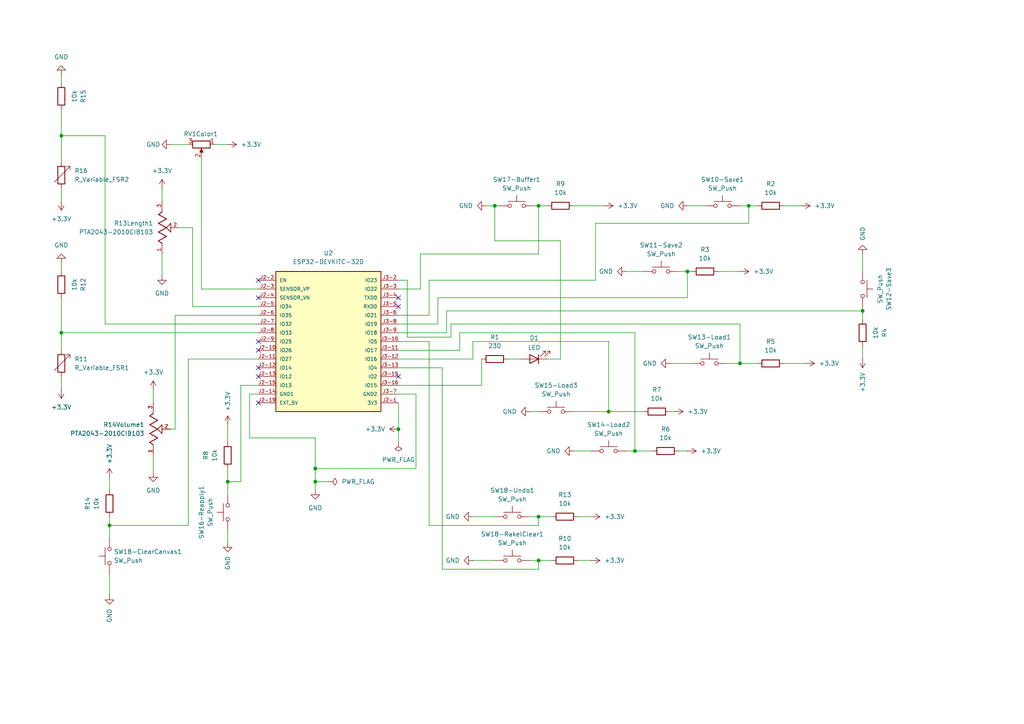
<source format=kicad_sch>
(kicad_sch
	(version 20250114)
	(generator "eeschema")
	(generator_version "9.0")
	(uuid "bf0dfa29-7bc3-4e0f-a29d-078a066d04fb")
	(paper "A4")
	(lib_symbols
		(symbol "Device:LED"
			(pin_numbers
				(hide yes)
			)
			(pin_names
				(offset 1.016)
				(hide yes)
			)
			(exclude_from_sim no)
			(in_bom yes)
			(on_board yes)
			(property "Reference" "D"
				(at 0 2.54 0)
				(effects
					(font
						(size 1.27 1.27)
					)
				)
			)
			(property "Value" "LED"
				(at 0 -2.54 0)
				(effects
					(font
						(size 1.27 1.27)
					)
				)
			)
			(property "Footprint" ""
				(at 0 0 0)
				(effects
					(font
						(size 1.27 1.27)
					)
					(hide yes)
				)
			)
			(property "Datasheet" "~"
				(at 0 0 0)
				(effects
					(font
						(size 1.27 1.27)
					)
					(hide yes)
				)
			)
			(property "Description" "Light emitting diode"
				(at 0 0 0)
				(effects
					(font
						(size 1.27 1.27)
					)
					(hide yes)
				)
			)
			(property "Sim.Pins" "1=K 2=A"
				(at 0 0 0)
				(effects
					(font
						(size 1.27 1.27)
					)
					(hide yes)
				)
			)
			(property "ki_keywords" "LED diode"
				(at 0 0 0)
				(effects
					(font
						(size 1.27 1.27)
					)
					(hide yes)
				)
			)
			(property "ki_fp_filters" "LED* LED_SMD:* LED_THT:*"
				(at 0 0 0)
				(effects
					(font
						(size 1.27 1.27)
					)
					(hide yes)
				)
			)
			(symbol "LED_0_1"
				(polyline
					(pts
						(xy -3.048 -0.762) (xy -4.572 -2.286) (xy -3.81 -2.286) (xy -4.572 -2.286) (xy -4.572 -1.524)
					)
					(stroke
						(width 0)
						(type default)
					)
					(fill
						(type none)
					)
				)
				(polyline
					(pts
						(xy -1.778 -0.762) (xy -3.302 -2.286) (xy -2.54 -2.286) (xy -3.302 -2.286) (xy -3.302 -1.524)
					)
					(stroke
						(width 0)
						(type default)
					)
					(fill
						(type none)
					)
				)
				(polyline
					(pts
						(xy -1.27 0) (xy 1.27 0)
					)
					(stroke
						(width 0)
						(type default)
					)
					(fill
						(type none)
					)
				)
				(polyline
					(pts
						(xy -1.27 -1.27) (xy -1.27 1.27)
					)
					(stroke
						(width 0.254)
						(type default)
					)
					(fill
						(type none)
					)
				)
				(polyline
					(pts
						(xy 1.27 -1.27) (xy 1.27 1.27) (xy -1.27 0) (xy 1.27 -1.27)
					)
					(stroke
						(width 0.254)
						(type default)
					)
					(fill
						(type none)
					)
				)
			)
			(symbol "LED_1_1"
				(pin passive line
					(at -3.81 0 0)
					(length 2.54)
					(name "K"
						(effects
							(font
								(size 1.27 1.27)
							)
						)
					)
					(number "1"
						(effects
							(font
								(size 1.27 1.27)
							)
						)
					)
				)
				(pin passive line
					(at 3.81 0 180)
					(length 2.54)
					(name "A"
						(effects
							(font
								(size 1.27 1.27)
							)
						)
					)
					(number "2"
						(effects
							(font
								(size 1.27 1.27)
							)
						)
					)
				)
			)
			(embedded_fonts no)
		)
		(symbol "Device:R"
			(pin_numbers
				(hide yes)
			)
			(pin_names
				(offset 0)
			)
			(exclude_from_sim no)
			(in_bom yes)
			(on_board yes)
			(property "Reference" "R"
				(at 2.032 0 90)
				(effects
					(font
						(size 1.27 1.27)
					)
				)
			)
			(property "Value" "R"
				(at 0 0 90)
				(effects
					(font
						(size 1.27 1.27)
					)
				)
			)
			(property "Footprint" ""
				(at -1.778 0 90)
				(effects
					(font
						(size 1.27 1.27)
					)
					(hide yes)
				)
			)
			(property "Datasheet" "~"
				(at 0 0 0)
				(effects
					(font
						(size 1.27 1.27)
					)
					(hide yes)
				)
			)
			(property "Description" "Resistor"
				(at 0 0 0)
				(effects
					(font
						(size 1.27 1.27)
					)
					(hide yes)
				)
			)
			(property "ki_keywords" "R res resistor"
				(at 0 0 0)
				(effects
					(font
						(size 1.27 1.27)
					)
					(hide yes)
				)
			)
			(property "ki_fp_filters" "R_*"
				(at 0 0 0)
				(effects
					(font
						(size 1.27 1.27)
					)
					(hide yes)
				)
			)
			(symbol "R_0_1"
				(rectangle
					(start -1.016 -2.54)
					(end 1.016 2.54)
					(stroke
						(width 0.254)
						(type default)
					)
					(fill
						(type none)
					)
				)
			)
			(symbol "R_1_1"
				(pin passive line
					(at 0 3.81 270)
					(length 1.27)
					(name "~"
						(effects
							(font
								(size 1.27 1.27)
							)
						)
					)
					(number "1"
						(effects
							(font
								(size 1.27 1.27)
							)
						)
					)
				)
				(pin passive line
					(at 0 -3.81 90)
					(length 1.27)
					(name "~"
						(effects
							(font
								(size 1.27 1.27)
							)
						)
					)
					(number "2"
						(effects
							(font
								(size 1.27 1.27)
							)
						)
					)
				)
			)
			(embedded_fonts no)
		)
		(symbol "Device:R_Potentiometer"
			(pin_names
				(offset 1.016)
				(hide yes)
			)
			(exclude_from_sim no)
			(in_bom yes)
			(on_board yes)
			(property "Reference" "RV"
				(at -4.445 0 90)
				(effects
					(font
						(size 1.27 1.27)
					)
				)
			)
			(property "Value" "R_Potentiometer"
				(at -2.54 0 90)
				(effects
					(font
						(size 1.27 1.27)
					)
				)
			)
			(property "Footprint" ""
				(at 0 0 0)
				(effects
					(font
						(size 1.27 1.27)
					)
					(hide yes)
				)
			)
			(property "Datasheet" "~"
				(at 0 0 0)
				(effects
					(font
						(size 1.27 1.27)
					)
					(hide yes)
				)
			)
			(property "Description" "Potentiometer"
				(at 0 0 0)
				(effects
					(font
						(size 1.27 1.27)
					)
					(hide yes)
				)
			)
			(property "ki_keywords" "resistor variable"
				(at 0 0 0)
				(effects
					(font
						(size 1.27 1.27)
					)
					(hide yes)
				)
			)
			(property "ki_fp_filters" "Potentiometer*"
				(at 0 0 0)
				(effects
					(font
						(size 1.27 1.27)
					)
					(hide yes)
				)
			)
			(symbol "R_Potentiometer_0_1"
				(rectangle
					(start 1.016 2.54)
					(end -1.016 -2.54)
					(stroke
						(width 0.254)
						(type default)
					)
					(fill
						(type none)
					)
				)
				(polyline
					(pts
						(xy 1.143 0) (xy 2.286 0.508) (xy 2.286 -0.508) (xy 1.143 0)
					)
					(stroke
						(width 0)
						(type default)
					)
					(fill
						(type outline)
					)
				)
				(polyline
					(pts
						(xy 2.54 0) (xy 1.524 0)
					)
					(stroke
						(width 0)
						(type default)
					)
					(fill
						(type none)
					)
				)
			)
			(symbol "R_Potentiometer_1_1"
				(pin passive line
					(at 0 3.81 270)
					(length 1.27)
					(name "1"
						(effects
							(font
								(size 1.27 1.27)
							)
						)
					)
					(number "1"
						(effects
							(font
								(size 1.27 1.27)
							)
						)
					)
				)
				(pin passive line
					(at 0 -3.81 90)
					(length 1.27)
					(name "3"
						(effects
							(font
								(size 1.27 1.27)
							)
						)
					)
					(number "3"
						(effects
							(font
								(size 1.27 1.27)
							)
						)
					)
				)
				(pin passive line
					(at 3.81 0 180)
					(length 1.27)
					(name "2"
						(effects
							(font
								(size 1.27 1.27)
							)
						)
					)
					(number "2"
						(effects
							(font
								(size 1.27 1.27)
							)
						)
					)
				)
			)
			(embedded_fonts no)
		)
		(symbol "Device:R_Variable"
			(pin_numbers
				(hide yes)
			)
			(pin_names
				(offset 0)
			)
			(exclude_from_sim no)
			(in_bom yes)
			(on_board yes)
			(property "Reference" "R"
				(at 2.54 -2.54 90)
				(effects
					(font
						(size 1.27 1.27)
					)
					(justify left)
				)
			)
			(property "Value" "R_Variable"
				(at -2.54 -1.27 90)
				(effects
					(font
						(size 1.27 1.27)
					)
					(justify left)
				)
			)
			(property "Footprint" ""
				(at -1.778 0 90)
				(effects
					(font
						(size 1.27 1.27)
					)
					(hide yes)
				)
			)
			(property "Datasheet" "~"
				(at 0 0 0)
				(effects
					(font
						(size 1.27 1.27)
					)
					(hide yes)
				)
			)
			(property "Description" "Variable resistor"
				(at 0 0 0)
				(effects
					(font
						(size 1.27 1.27)
					)
					(hide yes)
				)
			)
			(property "ki_keywords" "R res resistor variable potentiometer rheostat"
				(at 0 0 0)
				(effects
					(font
						(size 1.27 1.27)
					)
					(hide yes)
				)
			)
			(property "ki_fp_filters" "R_*"
				(at 0 0 0)
				(effects
					(font
						(size 1.27 1.27)
					)
					(hide yes)
				)
			)
			(symbol "R_Variable_0_1"
				(rectangle
					(start -1.016 -2.54)
					(end 1.016 2.54)
					(stroke
						(width 0.254)
						(type default)
					)
					(fill
						(type none)
					)
				)
				(polyline
					(pts
						(xy 2.54 1.524) (xy 2.54 2.54) (xy 1.524 2.54) (xy 2.54 2.54) (xy -2.032 -2.032)
					)
					(stroke
						(width 0)
						(type default)
					)
					(fill
						(type none)
					)
				)
			)
			(symbol "R_Variable_1_1"
				(pin passive line
					(at 0 3.81 270)
					(length 1.27)
					(name "~"
						(effects
							(font
								(size 1.27 1.27)
							)
						)
					)
					(number "1"
						(effects
							(font
								(size 1.27 1.27)
							)
						)
					)
				)
				(pin passive line
					(at 0 -3.81 90)
					(length 1.27)
					(name "~"
						(effects
							(font
								(size 1.27 1.27)
							)
						)
					)
					(number "2"
						(effects
							(font
								(size 1.27 1.27)
							)
						)
					)
				)
			)
			(embedded_fonts no)
		)
		(symbol "ESP32-DEVKITC-32D:ESP32-DEVKITC-32D"
			(pin_names
				(offset 1.016)
			)
			(exclude_from_sim no)
			(in_bom yes)
			(on_board yes)
			(property "Reference" "U2"
				(at 0 20.574 0)
				(effects
					(font
						(size 1.27 1.27)
					)
				)
			)
			(property "Value" "ESP32-DEVKITC-32D"
				(at 0 18.034 0)
				(effects
					(font
						(size 1.27 1.27)
					)
				)
			)
			(property "Footprint" "ESP32-DEVKITC-32D:MODULE_ESP32-DEVKITC-32D"
				(at 1.016 -29.718 0)
				(effects
					(font
						(size 1.27 1.27)
					)
					(justify bottom)
					(hide yes)
				)
			)
			(property "Datasheet" ""
				(at 0 0 0)
				(effects
					(font
						(size 1.27 1.27)
					)
					(hide yes)
				)
			)
			(property "Description" ""
				(at 0 0 0)
				(effects
					(font
						(size 1.27 1.27)
					)
					(hide yes)
				)
			)
			(property "MF" "Espressif Systems"
				(at 0.762 -27.432 0)
				(effects
					(font
						(size 1.27 1.27)
					)
					(justify bottom)
					(hide yes)
				)
			)
			(property "MAXIMUM_PACKAGE_HEIGHT" "N/A"
				(at 0.254 -31.75 0)
				(effects
					(font
						(size 1.27 1.27)
					)
					(justify bottom)
					(hide yes)
				)
			)
			(property "Package" "None"
				(at 54.356 -27.686 0)
				(effects
					(font
						(size 1.27 1.27)
					)
					(justify bottom)
					(hide yes)
				)
			)
			(property "Price" "None"
				(at 53.086 -9.652 0)
				(effects
					(font
						(size 1.27 1.27)
					)
					(justify bottom)
					(hide yes)
				)
			)
			(property "Check_prices" "https://www.snapeda.com/parts/ESP32-DEVKITC-32D/Espressif+Systems/view-part/?ref=eda"
				(at -6.858 -40.386 0)
				(effects
					(font
						(size 1.27 1.27)
					)
					(justify bottom)
					(hide yes)
				)
			)
			(property "STANDARD" "Manufacturer Recommendations"
				(at 52.832 -5.08 0)
				(effects
					(font
						(size 1.27 1.27)
					)
					(justify bottom)
					(hide yes)
				)
			)
			(property "PARTREV" "V4"
				(at 55.118 -14.478 0)
				(effects
					(font
						(size 1.27 1.27)
					)
					(justify bottom)
					(hide yes)
				)
			)
			(property "SnapEDA_Link" "https://www.snapeda.com/parts/ESP32-DEVKITC-32D/Espressif+Systems/view-part/?ref=snap"
				(at -4.826 -40.132 0)
				(effects
					(font
						(size 1.27 1.27)
					)
					(justify bottom)
					(hide yes)
				)
			)
			(property "MP" "ESP32-DEVKITC-32D"
				(at 54.102 -8.382 0)
				(effects
					(font
						(size 1.27 1.27)
					)
					(justify bottom)
					(hide yes)
				)
			)
			(property "Description_1" "WiFi Development Tools (802.11) ESP32 General Development Kit, ESP32-WROOM-32D on the board"
				(at -4.064 -40.386 0)
				(effects
					(font
						(size 1.27 1.27)
					)
					(justify bottom)
					(hide yes)
				)
			)
			(property "MANUFACTURER" "Espressif Systems"
				(at 51.562 -3.81 0)
				(effects
					(font
						(size 1.27 1.27)
					)
					(justify bottom)
					(hide yes)
				)
			)
			(property "Availability" "In Stock"
				(at 47.244 -4.826 0)
				(effects
					(font
						(size 1.27 1.27)
					)
					(justify bottom)
					(hide yes)
				)
			)
			(property "SNAPEDA_PN" "ESP32-DEVKITC-32D"
				(at 60.706 -7.874 0)
				(effects
					(font
						(size 1.27 1.27)
					)
					(justify bottom)
					(hide yes)
				)
			)
			(symbol "ESP32-DEVKITC-32D_0_0"
				(rectangle
					(start -15.24 15.24)
					(end 15.24 -25.4)
					(stroke
						(width 0.254)
						(type default)
					)
					(fill
						(type background)
					)
				)
				(pin input line
					(at -20.32 12.7 0)
					(length 5.08)
					(name "EN"
						(effects
							(font
								(size 1.016 1.016)
							)
						)
					)
					(number "J2-2"
						(effects
							(font
								(size 1.016 1.016)
							)
						)
					)
				)
				(pin input line
					(at -20.32 10.16 0)
					(length 5.08)
					(name "SENSOR_VP"
						(effects
							(font
								(size 1.016 1.016)
							)
						)
					)
					(number "J2-3"
						(effects
							(font
								(size 1.016 1.016)
							)
						)
					)
				)
				(pin input line
					(at -20.32 7.62 0)
					(length 5.08)
					(name "SENSOR_VN"
						(effects
							(font
								(size 1.016 1.016)
							)
						)
					)
					(number "J2-4"
						(effects
							(font
								(size 1.016 1.016)
							)
						)
					)
				)
				(pin bidirectional line
					(at -20.32 5.08 0)
					(length 5.08)
					(name "IO34"
						(effects
							(font
								(size 1.016 1.016)
							)
						)
					)
					(number "J2-5"
						(effects
							(font
								(size 1.016 1.016)
							)
						)
					)
				)
				(pin bidirectional line
					(at -20.32 2.54 0)
					(length 5.08)
					(name "IO35"
						(effects
							(font
								(size 1.016 1.016)
							)
						)
					)
					(number "J2-6"
						(effects
							(font
								(size 1.016 1.016)
							)
						)
					)
				)
				(pin bidirectional line
					(at -20.32 0 0)
					(length 5.08)
					(name "IO32"
						(effects
							(font
								(size 1.016 1.016)
							)
						)
					)
					(number "J2-7"
						(effects
							(font
								(size 1.016 1.016)
							)
						)
					)
				)
				(pin bidirectional line
					(at -20.32 -2.54 0)
					(length 5.08)
					(name "IO33"
						(effects
							(font
								(size 1.016 1.016)
							)
						)
					)
					(number "J2-8"
						(effects
							(font
								(size 1.016 1.016)
							)
						)
					)
				)
				(pin bidirectional line
					(at -20.32 -5.08 0)
					(length 5.08)
					(name "IO25"
						(effects
							(font
								(size 1.016 1.016)
							)
						)
					)
					(number "J2-9"
						(effects
							(font
								(size 1.016 1.016)
							)
						)
					)
				)
				(pin bidirectional line
					(at -20.32 -7.62 0)
					(length 5.08)
					(name "IO26"
						(effects
							(font
								(size 1.016 1.016)
							)
						)
					)
					(number "J2-10"
						(effects
							(font
								(size 1.016 1.016)
							)
						)
					)
				)
				(pin bidirectional line
					(at -20.32 -10.16 0)
					(length 5.08)
					(name "IO27"
						(effects
							(font
								(size 1.016 1.016)
							)
						)
					)
					(number "J2-11"
						(effects
							(font
								(size 1.016 1.016)
							)
						)
					)
				)
				(pin bidirectional line
					(at -20.32 -12.7 0)
					(length 5.08)
					(name "IO14"
						(effects
							(font
								(size 1.016 1.016)
							)
						)
					)
					(number "J2-12"
						(effects
							(font
								(size 1.016 1.016)
							)
						)
					)
				)
				(pin bidirectional line
					(at -20.32 -15.24 0)
					(length 5.08)
					(name "IO12"
						(effects
							(font
								(size 1.016 1.016)
							)
						)
					)
					(number "J2-13"
						(effects
							(font
								(size 1.016 1.016)
							)
						)
					)
				)
				(pin bidirectional line
					(at -20.32 -17.78 0)
					(length 5.08)
					(name "IO13"
						(effects
							(font
								(size 1.016 1.016)
							)
						)
					)
					(number "J2-15"
						(effects
							(font
								(size 1.016 1.016)
							)
						)
					)
				)
				(pin power_in line
					(at -20.32 -20.32 0)
					(length 5.08)
					(name "GND1"
						(effects
							(font
								(size 1.016 1.016)
							)
						)
					)
					(number "J2-14"
						(effects
							(font
								(size 1.016 1.016)
							)
						)
					)
				)
				(pin power_in line
					(at -20.32 -22.86 0)
					(length 5.08)
					(name "EXT_5V"
						(effects
							(font
								(size 1.016 1.016)
							)
						)
					)
					(number "J2-19"
						(effects
							(font
								(size 1.016 1.016)
							)
						)
					)
				)
				(pin bidirectional line
					(at 20.32 12.7 180)
					(length 5.08)
					(name "IO23"
						(effects
							(font
								(size 1.016 1.016)
							)
						)
					)
					(number "J3-2"
						(effects
							(font
								(size 1.016 1.016)
							)
						)
					)
				)
				(pin bidirectional line
					(at 20.32 10.16 180)
					(length 5.08)
					(name "IO22"
						(effects
							(font
								(size 1.016 1.016)
							)
						)
					)
					(number "J3-3"
						(effects
							(font
								(size 1.016 1.016)
							)
						)
					)
				)
				(pin output line
					(at 20.32 7.62 180)
					(length 5.08)
					(name "TXD0"
						(effects
							(font
								(size 1.016 1.016)
							)
						)
					)
					(number "J3-4"
						(effects
							(font
								(size 1.016 1.016)
							)
						)
					)
				)
				(pin input line
					(at 20.32 5.08 180)
					(length 5.08)
					(name "RXD0"
						(effects
							(font
								(size 1.016 1.016)
							)
						)
					)
					(number "J3-5"
						(effects
							(font
								(size 1.016 1.016)
							)
						)
					)
				)
				(pin bidirectional line
					(at 20.32 2.54 180)
					(length 5.08)
					(name "IO21"
						(effects
							(font
								(size 1.016 1.016)
							)
						)
					)
					(number "J3-6"
						(effects
							(font
								(size 1.016 1.016)
							)
						)
					)
				)
				(pin bidirectional line
					(at 20.32 0 180)
					(length 5.08)
					(name "IO19"
						(effects
							(font
								(size 1.016 1.016)
							)
						)
					)
					(number "J3-8"
						(effects
							(font
								(size 1.016 1.016)
							)
						)
					)
				)
				(pin bidirectional line
					(at 20.32 -2.54 180)
					(length 5.08)
					(name "IO18"
						(effects
							(font
								(size 1.016 1.016)
							)
						)
					)
					(number "J3-9"
						(effects
							(font
								(size 1.016 1.016)
							)
						)
					)
				)
				(pin bidirectional line
					(at 20.32 -5.08 180)
					(length 5.08)
					(name "IO5"
						(effects
							(font
								(size 1.016 1.016)
							)
						)
					)
					(number "J3-10"
						(effects
							(font
								(size 1.016 1.016)
							)
						)
					)
				)
				(pin bidirectional line
					(at 20.32 -7.62 180)
					(length 5.08)
					(name "IO17"
						(effects
							(font
								(size 1.016 1.016)
							)
						)
					)
					(number "J3-11"
						(effects
							(font
								(size 1.016 1.016)
							)
						)
					)
				)
				(pin bidirectional line
					(at 20.32 -10.16 180)
					(length 5.08)
					(name "IO16"
						(effects
							(font
								(size 1.016 1.016)
							)
						)
					)
					(number "J3-12"
						(effects
							(font
								(size 1.016 1.016)
							)
						)
					)
				)
				(pin bidirectional line
					(at 20.32 -12.7 180)
					(length 5.08)
					(name "IO4"
						(effects
							(font
								(size 1.016 1.016)
							)
						)
					)
					(number "J3-13"
						(effects
							(font
								(size 1.016 1.016)
							)
						)
					)
				)
				(pin bidirectional line
					(at 20.32 -15.24 180)
					(length 5.08)
					(name "IO2"
						(effects
							(font
								(size 1.016 1.016)
							)
						)
					)
					(number "J3-15"
						(effects
							(font
								(size 1.016 1.016)
							)
						)
					)
				)
				(pin bidirectional line
					(at 20.32 -17.78 180)
					(length 5.08)
					(name "IO15"
						(effects
							(font
								(size 1.016 1.016)
							)
						)
					)
					(number "J3-16"
						(effects
							(font
								(size 1.016 1.016)
							)
						)
					)
				)
				(pin power_in line
					(at 20.32 -20.32 180)
					(length 5.08)
					(name "GND2"
						(effects
							(font
								(size 1.016 1.016)
							)
						)
					)
					(number "J3-7"
						(effects
							(font
								(size 1.016 1.016)
							)
						)
					)
				)
				(pin power_in line
					(at 20.32 -22.86 180)
					(length 5.08)
					(name "3V3"
						(effects
							(font
								(size 1.016 1.016)
							)
						)
					)
					(number "J2-1"
						(effects
							(font
								(size 1.016 1.016)
							)
						)
					)
				)
			)
			(embedded_fonts no)
		)
		(symbol "PTA2043-2010CIB103:PTA2043-2010CIB103"
			(pin_names
				(offset 1.016)
			)
			(exclude_from_sim no)
			(in_bom yes)
			(on_board yes)
			(property "Reference" "R"
				(at -5.08 5.08 0)
				(effects
					(font
						(size 1.27 1.27)
					)
					(justify left bottom)
				)
			)
			(property "Value" "PTA2043-2010CIB103"
				(at -5.08 2.54 0)
				(effects
					(font
						(size 1.27 1.27)
					)
					(justify left bottom)
				)
			)
			(property "Footprint" "PTA2043-2010CIB103:TRIM_PTA2043-2010CIB103"
				(at 0 0 0)
				(effects
					(font
						(size 1.27 1.27)
					)
					(justify bottom)
					(hide yes)
				)
			)
			(property "Datasheet" ""
				(at 0 0 0)
				(effects
					(font
						(size 1.27 1.27)
					)
					(hide yes)
				)
			)
			(property "Description" ""
				(at 0 0 0)
				(effects
					(font
						(size 1.27 1.27)
					)
					(hide yes)
				)
			)
			(property "MF" "Bourns"
				(at 0 0 0)
				(effects
					(font
						(size 1.27 1.27)
					)
					(justify bottom)
					(hide yes)
				)
			)
			(property "MAXIMUM_PACKAGE_HEIGHT" "16.5 mm"
				(at 0 0 0)
				(effects
					(font
						(size 1.27 1.27)
					)
					(justify bottom)
					(hide yes)
				)
			)
			(property "Package" "None"
				(at 0 0 0)
				(effects
					(font
						(size 1.27 1.27)
					)
					(justify bottom)
					(hide yes)
				)
			)
			(property "Price" "None"
				(at 0 0 0)
				(effects
					(font
						(size 1.27 1.27)
					)
					(justify bottom)
					(hide yes)
				)
			)
			(property "Check_prices" "https://www.snapeda.com/parts/PTA2043-2010CIB103/Bourns/view-part/?ref=eda"
				(at 0 0 0)
				(effects
					(font
						(size 1.27 1.27)
					)
					(justify bottom)
					(hide yes)
				)
			)
			(property "STANDARD" "Manufacturer Recommendations"
				(at 0 0 0)
				(effects
					(font
						(size 1.27 1.27)
					)
					(justify bottom)
					(hide yes)
				)
			)
			(property "PARTREV" "04/21"
				(at 0 0 0)
				(effects
					(font
						(size 1.27 1.27)
					)
					(justify bottom)
					(hide yes)
				)
			)
			(property "SnapEDA_Link" "https://www.snapeda.com/parts/PTA2043-2010CIB103/Bourns/view-part/?ref=snap"
				(at 0 0 0)
				(effects
					(font
						(size 1.27 1.27)
					)
					(justify bottom)
					(hide yes)
				)
			)
			(property "MP" "PTA2043-2010CIB103"
				(at 0 0 0)
				(effects
					(font
						(size 1.27 1.27)
					)
					(justify bottom)
					(hide yes)
				)
			)
			(property "Description_1" "10 kOhms 0.1W, 1/10W Through Hole Slide Potentiometer Top Adjustment Type"
				(at 0 0 0)
				(effects
					(font
						(size 1.27 1.27)
					)
					(justify bottom)
					(hide yes)
				)
			)
			(property "MANUFACTURER" "Bourns"
				(at 0 0 0)
				(effects
					(font
						(size 1.27 1.27)
					)
					(justify bottom)
					(hide yes)
				)
			)
			(property "Availability" "In Stock"
				(at 0 0 0)
				(effects
					(font
						(size 1.27 1.27)
					)
					(justify bottom)
					(hide yes)
				)
			)
			(property "SNAPEDA_PN" "PTA2043-2010CIB103"
				(at 0 0 0)
				(effects
					(font
						(size 1.27 1.27)
					)
					(justify bottom)
					(hide yes)
				)
			)
			(symbol "PTA2043-2010CIB103_0_0"
				(polyline
					(pts
						(xy -5.08 0) (xy -4.572 0)
					)
					(stroke
						(width 0.1524)
						(type default)
					)
					(fill
						(type none)
					)
				)
				(polyline
					(pts
						(xy -4.572 0) (xy -3.81 1.016)
					)
					(stroke
						(width 0.254)
						(type default)
					)
					(fill
						(type none)
					)
				)
				(polyline
					(pts
						(xy -3.81 1.016) (xy -2.54 -1.27)
					)
					(stroke
						(width 0.254)
						(type default)
					)
					(fill
						(type none)
					)
				)
				(polyline
					(pts
						(xy -2.54 -1.27) (xy -1.27 1.016)
					)
					(stroke
						(width 0.254)
						(type default)
					)
					(fill
						(type none)
					)
				)
				(polyline
					(pts
						(xy -1.27 1.016) (xy 0 -1.27)
					)
					(stroke
						(width 0.254)
						(type default)
					)
					(fill
						(type none)
					)
				)
				(polyline
					(pts
						(xy -1.27 -2.54) (xy 0 -1.27)
					)
					(stroke
						(width 0.2032)
						(type default)
					)
					(fill
						(type none)
					)
				)
				(polyline
					(pts
						(xy 0 -1.27) (xy 1.27 1.016)
					)
					(stroke
						(width 0.254)
						(type default)
					)
					(fill
						(type none)
					)
				)
				(polyline
					(pts
						(xy 0 -1.27) (xy 1.27 -2.54)
					)
					(stroke
						(width 0.2032)
						(type default)
					)
					(fill
						(type none)
					)
				)
				(polyline
					(pts
						(xy 1.27 1.016) (xy 2.54 -1.27)
					)
					(stroke
						(width 0.254)
						(type default)
					)
					(fill
						(type none)
					)
				)
				(polyline
					(pts
						(xy 1.27 -2.54) (xy -1.27 -2.54)
					)
					(stroke
						(width 0.2032)
						(type default)
					)
					(fill
						(type none)
					)
				)
				(polyline
					(pts
						(xy 2.54 -1.27) (xy 3.81 1.016)
					)
					(stroke
						(width 0.254)
						(type default)
					)
					(fill
						(type none)
					)
				)
				(polyline
					(pts
						(xy 3.81 1.016) (xy 4.572 0)
					)
					(stroke
						(width 0.254)
						(type default)
					)
					(fill
						(type none)
					)
				)
				(polyline
					(pts
						(xy 4.572 0) (xy 5.08 0)
					)
					(stroke
						(width 0.1524)
						(type default)
					)
					(fill
						(type none)
					)
				)
				(pin passive line
					(at -7.62 0 0)
					(length 2.54)
					(name "~"
						(effects
							(font
								(size 1.016 1.016)
							)
						)
					)
					(number "1"
						(effects
							(font
								(size 1.016 1.016)
							)
						)
					)
				)
				(pin passive line
					(at 0 -5.08 90)
					(length 2.54)
					(name "~"
						(effects
							(font
								(size 1.016 1.016)
							)
						)
					)
					(number "2"
						(effects
							(font
								(size 1.016 1.016)
							)
						)
					)
				)
				(pin passive line
					(at 7.62 0 180)
					(length 2.54)
					(name "~"
						(effects
							(font
								(size 1.016 1.016)
							)
						)
					)
					(number "3"
						(effects
							(font
								(size 1.016 1.016)
							)
						)
					)
				)
			)
			(embedded_fonts no)
		)
		(symbol "Switch:SW_Push"
			(pin_numbers
				(hide yes)
			)
			(pin_names
				(offset 1.016)
				(hide yes)
			)
			(exclude_from_sim no)
			(in_bom yes)
			(on_board yes)
			(property "Reference" "SW"
				(at 1.27 2.54 0)
				(effects
					(font
						(size 1.27 1.27)
					)
					(justify left)
				)
			)
			(property "Value" "SW_Push"
				(at 0 -1.524 0)
				(effects
					(font
						(size 1.27 1.27)
					)
				)
			)
			(property "Footprint" ""
				(at 0 5.08 0)
				(effects
					(font
						(size 1.27 1.27)
					)
					(hide yes)
				)
			)
			(property "Datasheet" "~"
				(at 0 5.08 0)
				(effects
					(font
						(size 1.27 1.27)
					)
					(hide yes)
				)
			)
			(property "Description" "Push button switch, generic, two pins"
				(at 0 0 0)
				(effects
					(font
						(size 1.27 1.27)
					)
					(hide yes)
				)
			)
			(property "ki_keywords" "switch normally-open pushbutton push-button"
				(at 0 0 0)
				(effects
					(font
						(size 1.27 1.27)
					)
					(hide yes)
				)
			)
			(symbol "SW_Push_0_1"
				(circle
					(center -2.032 0)
					(radius 0.508)
					(stroke
						(width 0)
						(type default)
					)
					(fill
						(type none)
					)
				)
				(polyline
					(pts
						(xy 0 1.27) (xy 0 3.048)
					)
					(stroke
						(width 0)
						(type default)
					)
					(fill
						(type none)
					)
				)
				(circle
					(center 2.032 0)
					(radius 0.508)
					(stroke
						(width 0)
						(type default)
					)
					(fill
						(type none)
					)
				)
				(polyline
					(pts
						(xy 2.54 1.27) (xy -2.54 1.27)
					)
					(stroke
						(width 0)
						(type default)
					)
					(fill
						(type none)
					)
				)
				(pin passive line
					(at -5.08 0 0)
					(length 2.54)
					(name "1"
						(effects
							(font
								(size 1.27 1.27)
							)
						)
					)
					(number "1"
						(effects
							(font
								(size 1.27 1.27)
							)
						)
					)
				)
				(pin passive line
					(at 5.08 0 180)
					(length 2.54)
					(name "2"
						(effects
							(font
								(size 1.27 1.27)
							)
						)
					)
					(number "2"
						(effects
							(font
								(size 1.27 1.27)
							)
						)
					)
				)
			)
			(embedded_fonts no)
		)
		(symbol "power:+3.3V"
			(power)
			(pin_numbers
				(hide yes)
			)
			(pin_names
				(offset 0)
				(hide yes)
			)
			(exclude_from_sim no)
			(in_bom yes)
			(on_board yes)
			(property "Reference" "#PWR"
				(at 0 -3.81 0)
				(effects
					(font
						(size 1.27 1.27)
					)
					(hide yes)
				)
			)
			(property "Value" "+3.3V"
				(at 0 3.556 0)
				(effects
					(font
						(size 1.27 1.27)
					)
				)
			)
			(property "Footprint" ""
				(at 0 0 0)
				(effects
					(font
						(size 1.27 1.27)
					)
					(hide yes)
				)
			)
			(property "Datasheet" ""
				(at 0 0 0)
				(effects
					(font
						(size 1.27 1.27)
					)
					(hide yes)
				)
			)
			(property "Description" "Power symbol creates a global label with name \"+3.3V\""
				(at 0 0 0)
				(effects
					(font
						(size 1.27 1.27)
					)
					(hide yes)
				)
			)
			(property "ki_keywords" "global power"
				(at 0 0 0)
				(effects
					(font
						(size 1.27 1.27)
					)
					(hide yes)
				)
			)
			(symbol "+3.3V_0_1"
				(polyline
					(pts
						(xy -0.762 1.27) (xy 0 2.54)
					)
					(stroke
						(width 0)
						(type default)
					)
					(fill
						(type none)
					)
				)
				(polyline
					(pts
						(xy 0 2.54) (xy 0.762 1.27)
					)
					(stroke
						(width 0)
						(type default)
					)
					(fill
						(type none)
					)
				)
				(polyline
					(pts
						(xy 0 0) (xy 0 2.54)
					)
					(stroke
						(width 0)
						(type default)
					)
					(fill
						(type none)
					)
				)
			)
			(symbol "+3.3V_1_1"
				(pin power_in line
					(at 0 0 90)
					(length 0)
					(name "~"
						(effects
							(font
								(size 1.27 1.27)
							)
						)
					)
					(number "1"
						(effects
							(font
								(size 1.27 1.27)
							)
						)
					)
				)
			)
			(embedded_fonts no)
		)
		(symbol "power:GND"
			(power)
			(pin_numbers
				(hide yes)
			)
			(pin_names
				(offset 0)
				(hide yes)
			)
			(exclude_from_sim no)
			(in_bom yes)
			(on_board yes)
			(property "Reference" "#PWR"
				(at 0 -6.35 0)
				(effects
					(font
						(size 1.27 1.27)
					)
					(hide yes)
				)
			)
			(property "Value" "GND"
				(at 0 -3.81 0)
				(effects
					(font
						(size 1.27 1.27)
					)
				)
			)
			(property "Footprint" ""
				(at 0 0 0)
				(effects
					(font
						(size 1.27 1.27)
					)
					(hide yes)
				)
			)
			(property "Datasheet" ""
				(at 0 0 0)
				(effects
					(font
						(size 1.27 1.27)
					)
					(hide yes)
				)
			)
			(property "Description" "Power symbol creates a global label with name \"GND\" , ground"
				(at 0 0 0)
				(effects
					(font
						(size 1.27 1.27)
					)
					(hide yes)
				)
			)
			(property "ki_keywords" "global power"
				(at 0 0 0)
				(effects
					(font
						(size 1.27 1.27)
					)
					(hide yes)
				)
			)
			(symbol "GND_0_1"
				(polyline
					(pts
						(xy 0 0) (xy 0 -1.27) (xy 1.27 -1.27) (xy 0 -2.54) (xy -1.27 -1.27) (xy 0 -1.27)
					)
					(stroke
						(width 0)
						(type default)
					)
					(fill
						(type none)
					)
				)
			)
			(symbol "GND_1_1"
				(pin power_in line
					(at 0 0 270)
					(length 0)
					(name "~"
						(effects
							(font
								(size 1.27 1.27)
							)
						)
					)
					(number "1"
						(effects
							(font
								(size 1.27 1.27)
							)
						)
					)
				)
			)
			(embedded_fonts no)
		)
		(symbol "power:PWR_FLAG"
			(power)
			(pin_numbers
				(hide yes)
			)
			(pin_names
				(offset 0)
				(hide yes)
			)
			(exclude_from_sim no)
			(in_bom yes)
			(on_board yes)
			(property "Reference" "#FLG"
				(at 0 1.905 0)
				(effects
					(font
						(size 1.27 1.27)
					)
					(hide yes)
				)
			)
			(property "Value" "PWR_FLAG"
				(at 0 3.81 0)
				(effects
					(font
						(size 1.27 1.27)
					)
				)
			)
			(property "Footprint" ""
				(at 0 0 0)
				(effects
					(font
						(size 1.27 1.27)
					)
					(hide yes)
				)
			)
			(property "Datasheet" "~"
				(at 0 0 0)
				(effects
					(font
						(size 1.27 1.27)
					)
					(hide yes)
				)
			)
			(property "Description" "Special symbol for telling ERC where power comes from"
				(at 0 0 0)
				(effects
					(font
						(size 1.27 1.27)
					)
					(hide yes)
				)
			)
			(property "ki_keywords" "flag power"
				(at 0 0 0)
				(effects
					(font
						(size 1.27 1.27)
					)
					(hide yes)
				)
			)
			(symbol "PWR_FLAG_0_0"
				(pin power_out line
					(at 0 0 90)
					(length 0)
					(name "~"
						(effects
							(font
								(size 1.27 1.27)
							)
						)
					)
					(number "1"
						(effects
							(font
								(size 1.27 1.27)
							)
						)
					)
				)
			)
			(symbol "PWR_FLAG_0_1"
				(polyline
					(pts
						(xy 0 0) (xy 0 1.27) (xy -1.016 1.905) (xy 0 2.54) (xy 1.016 1.905) (xy 0 1.27)
					)
					(stroke
						(width 0)
						(type default)
					)
					(fill
						(type none)
					)
				)
			)
			(embedded_fonts no)
		)
	)
	(junction
		(at 156.21 59.69)
		(diameter 0)
		(color 0 0 0 0)
		(uuid "0193cacc-8360-4891-9774-c9ff8ba3e4f2")
	)
	(junction
		(at 17.78 39.37)
		(diameter 0)
		(color 0 0 0 0)
		(uuid "15f22508-9a6f-4b26-92c3-bc89ef16e36a")
	)
	(junction
		(at 176.53 119.38)
		(diameter 0)
		(color 0 0 0 0)
		(uuid "16e81520-47a9-456b-a947-ee95a85724a7")
	)
	(junction
		(at 66.04 139.7)
		(diameter 0)
		(color 0 0 0 0)
		(uuid "22b1c594-1b53-4fd8-8306-1aae533e093d")
	)
	(junction
		(at 199.39 78.74)
		(diameter 0)
		(color 0 0 0 0)
		(uuid "3436c5d6-5c9b-4201-9868-3cf62d463e98")
	)
	(junction
		(at 184.15 130.81)
		(diameter 0)
		(color 0 0 0 0)
		(uuid "404a0857-bf84-4fea-b967-9d2e9b4fd1a8")
	)
	(junction
		(at 217.17 59.69)
		(diameter 0)
		(color 0 0 0 0)
		(uuid "4ecf8e39-5fe3-4e9d-a153-336ab2bbec5f")
	)
	(junction
		(at 115.57 124.46)
		(diameter 0)
		(color 0 0 0 0)
		(uuid "5c7c02c2-2ba0-4486-a05c-7bc515acec2a")
	)
	(junction
		(at 143.51 59.69)
		(diameter 0)
		(color 0 0 0 0)
		(uuid "65276095-ea40-4c26-af57-d7bcbe0e7a7c")
	)
	(junction
		(at 91.44 139.7)
		(diameter 0)
		(color 0 0 0 0)
		(uuid "6636789e-b89d-47d3-893c-1444944a519d")
	)
	(junction
		(at 214.63 105.41)
		(diameter 0)
		(color 0 0 0 0)
		(uuid "78e032f3-2196-49b3-b77a-2e17acfd5b92")
	)
	(junction
		(at 156.21 162.56)
		(diameter 0)
		(color 0 0 0 0)
		(uuid "8278539b-b3b8-455c-9ac6-ed23e4067360")
	)
	(junction
		(at 31.75 152.4)
		(diameter 0)
		(color 0 0 0 0)
		(uuid "8c6636df-324a-4e04-8da7-8c422bf935ea")
	)
	(junction
		(at 91.44 135.89)
		(diameter 0)
		(color 0 0 0 0)
		(uuid "ca3e4fee-65de-45e4-b358-4c5573a1d58d")
	)
	(junction
		(at 17.78 96.52)
		(diameter 0)
		(color 0 0 0 0)
		(uuid "e5878853-feaa-403f-82ca-4b006c231442")
	)
	(junction
		(at 250.19 90.17)
		(diameter 0)
		(color 0 0 0 0)
		(uuid "e8ef6e20-6280-484f-a716-fd64e356c661")
	)
	(junction
		(at 156.21 149.86)
		(diameter 0)
		(color 0 0 0 0)
		(uuid "ea9f5418-7f20-4e08-a079-7f695d97bfba")
	)
	(no_connect
		(at 74.93 106.68)
		(uuid "1361f60c-45d7-42ff-a476-7bd2e2475803")
	)
	(no_connect
		(at 74.93 109.22)
		(uuid "33b952be-76f9-4501-962b-ea00df2d2a3e")
	)
	(no_connect
		(at 74.93 99.06)
		(uuid "589ce412-9ec8-4c11-b7ba-fa8ad91ee9bf")
	)
	(no_connect
		(at 115.57 88.9)
		(uuid "59567c44-0552-4a85-8916-d94f3e8937e7")
	)
	(no_connect
		(at 115.57 86.36)
		(uuid "970c2125-0d87-4261-9f20-051aeb46c217")
	)
	(no_connect
		(at 74.93 101.6)
		(uuid "9c2ced67-2a9b-4000-9e2a-07b6ed988bf9")
	)
	(no_connect
		(at 74.93 81.28)
		(uuid "cda9f742-df36-4b31-ab38-cafa1116dcc5")
	)
	(no_connect
		(at 74.93 116.84)
		(uuid "cf50dd46-6eda-44a3-8f67-a2ccde8d8e9a")
	)
	(no_connect
		(at 74.93 86.36)
		(uuid "f15bcd62-7128-4ae3-a252-8f99b07aca14")
	)
	(no_connect
		(at 115.57 109.22)
		(uuid "f3f47c0b-ae6b-4417-8578-04a3707c4d55")
	)
	(wire
		(pts
			(xy 214.63 93.98) (xy 214.63 105.41)
		)
		(stroke
			(width 0)
			(type default)
		)
		(uuid "05b9cd0a-7539-4a4a-aafa-716573b65c6d")
	)
	(wire
		(pts
			(xy 44.45 132.08) (xy 44.45 137.16)
		)
		(stroke
			(width 0)
			(type default)
		)
		(uuid "08d35288-1878-4202-b451-79fd52d69a14")
	)
	(wire
		(pts
			(xy 31.75 152.4) (xy 54.61 152.4)
		)
		(stroke
			(width 0)
			(type default)
		)
		(uuid "09966f21-077b-4cb3-ae8d-c0db992b8b89")
	)
	(wire
		(pts
			(xy 137.16 149.86) (xy 143.51 149.86)
		)
		(stroke
			(width 0)
			(type default)
		)
		(uuid "0a290431-7bd6-4963-9b17-0b5183984c7f")
	)
	(wire
		(pts
			(xy 217.17 64.77) (xy 217.17 59.69)
		)
		(stroke
			(width 0)
			(type default)
		)
		(uuid "0ca27b86-207b-44e1-a3b1-b68e04d8c218")
	)
	(wire
		(pts
			(xy 66.04 139.7) (xy 66.04 135.89)
		)
		(stroke
			(width 0)
			(type default)
		)
		(uuid "0e4b0abc-4e92-4714-94c8-b7ff66d7d5b4")
	)
	(wire
		(pts
			(xy 72.39 127) (xy 91.44 127)
		)
		(stroke
			(width 0)
			(type default)
		)
		(uuid "0e62f1c1-5811-45c4-af2c-b5ff9bc3595c")
	)
	(wire
		(pts
			(xy 214.63 59.69) (xy 217.17 59.69)
		)
		(stroke
			(width 0)
			(type default)
		)
		(uuid "10a1b14f-08c8-4364-ab05-7349e8382341")
	)
	(wire
		(pts
			(xy 250.19 73.66) (xy 250.19 78.74)
		)
		(stroke
			(width 0)
			(type default)
		)
		(uuid "11230a6e-2739-48cb-a631-55f6af98601e")
	)
	(wire
		(pts
			(xy 69.85 111.76) (xy 74.93 111.76)
		)
		(stroke
			(width 0)
			(type default)
		)
		(uuid "11822db7-1607-4b32-ac0d-0f9b5422ec7e")
	)
	(wire
		(pts
			(xy 208.28 78.74) (xy 214.63 78.74)
		)
		(stroke
			(width 0)
			(type default)
		)
		(uuid "126add75-79e8-4cb6-a330-d7b9e553ed38")
	)
	(wire
		(pts
			(xy 214.63 105.41) (xy 219.71 105.41)
		)
		(stroke
			(width 0)
			(type default)
		)
		(uuid "13dd377d-3e98-4e34-83af-d28298f2035e")
	)
	(wire
		(pts
			(xy 143.51 69.85) (xy 162.56 69.85)
		)
		(stroke
			(width 0)
			(type default)
		)
		(uuid "14b96bf4-6615-4d7f-b72d-f32261f64996")
	)
	(wire
		(pts
			(xy 217.17 59.69) (xy 219.71 59.69)
		)
		(stroke
			(width 0)
			(type default)
		)
		(uuid "173eaca6-b719-4230-9b11-d70eeb8ba752")
	)
	(wire
		(pts
			(xy 172.72 64.77) (xy 172.72 81.28)
		)
		(stroke
			(width 0)
			(type default)
		)
		(uuid "1999c3f2-a54c-4ac8-b98b-7eb1fe5c9b0f")
	)
	(wire
		(pts
			(xy 17.78 31.75) (xy 17.78 39.37)
		)
		(stroke
			(width 0)
			(type default)
		)
		(uuid "1e1ac011-1303-4c91-89b4-34801a61ecdf")
	)
	(wire
		(pts
			(xy 199.39 78.74) (xy 200.66 78.74)
		)
		(stroke
			(width 0)
			(type default)
		)
		(uuid "20ba2694-aa9f-4dfc-839b-2386db9cdba6")
	)
	(wire
		(pts
			(xy 127 86.36) (xy 199.39 86.36)
		)
		(stroke
			(width 0)
			(type default)
		)
		(uuid "237f2d5d-b50b-4bf7-bccb-a7b2d2fd4b85")
	)
	(wire
		(pts
			(xy 129.54 96.52) (xy 115.57 96.52)
		)
		(stroke
			(width 0)
			(type default)
		)
		(uuid "26d335bb-f881-4cd9-9785-0490fd45fef6")
	)
	(wire
		(pts
			(xy 49.53 41.91) (xy 54.61 41.91)
		)
		(stroke
			(width 0)
			(type default)
		)
		(uuid "282f05b6-ac32-4913-9032-90796fb8e70f")
	)
	(wire
		(pts
			(xy 115.57 99.06) (xy 124.46 99.06)
		)
		(stroke
			(width 0)
			(type default)
		)
		(uuid "29deaf3f-8fb7-47ef-8cd3-8cebaf098397")
	)
	(wire
		(pts
			(xy 176.53 119.38) (xy 186.69 119.38)
		)
		(stroke
			(width 0)
			(type default)
		)
		(uuid "2a5b39aa-3a89-43e9-a512-939cc99f8600")
	)
	(wire
		(pts
			(xy 52.07 66.04) (xy 55.88 66.04)
		)
		(stroke
			(width 0)
			(type default)
		)
		(uuid "2bcc8b00-c6cd-42b2-8c76-552c0ba14686")
	)
	(wire
		(pts
			(xy 124.46 81.28) (xy 124.46 91.44)
		)
		(stroke
			(width 0)
			(type default)
		)
		(uuid "2e6b5383-563e-4da1-8a3f-1e1a89c95508")
	)
	(wire
		(pts
			(xy 156.21 59.69) (xy 156.21 73.66)
		)
		(stroke
			(width 0)
			(type default)
		)
		(uuid "2e873ae4-97c7-4f0f-9562-65c393ca06e9")
	)
	(wire
		(pts
			(xy 58.42 45.72) (xy 58.42 83.82)
		)
		(stroke
			(width 0)
			(type default)
		)
		(uuid "2e9403a0-f6ae-470c-b9b9-b9e65c8148f4")
	)
	(wire
		(pts
			(xy 74.93 104.14) (xy 54.61 104.14)
		)
		(stroke
			(width 0)
			(type default)
		)
		(uuid "332189a1-aeb1-431f-b376-c26fcd708650")
	)
	(wire
		(pts
			(xy 50.8 91.44) (xy 50.8 124.46)
		)
		(stroke
			(width 0)
			(type default)
		)
		(uuid "34a78e7e-ca4b-48ac-b037-08fdc89fa4fc")
	)
	(wire
		(pts
			(xy 115.57 128.27) (xy 115.57 124.46)
		)
		(stroke
			(width 0)
			(type default)
		)
		(uuid "34f246ed-a1cd-4cac-9153-743109d523e5")
	)
	(wire
		(pts
			(xy 172.72 81.28) (xy 124.46 81.28)
		)
		(stroke
			(width 0)
			(type default)
		)
		(uuid "37a46580-996c-4c70-b8b8-9f7ad26e7b49")
	)
	(wire
		(pts
			(xy 118.11 97.79) (xy 118.11 81.28)
		)
		(stroke
			(width 0)
			(type default)
		)
		(uuid "3cc8cb25-a1ae-4b45-b2cb-efb3451483e0")
	)
	(wire
		(pts
			(xy 31.75 149.86) (xy 31.75 152.4)
		)
		(stroke
			(width 0)
			(type default)
		)
		(uuid "3d5a87a1-3897-4c8b-8c19-dd679f2fb028")
	)
	(wire
		(pts
			(xy 74.93 83.82) (xy 58.42 83.82)
		)
		(stroke
			(width 0)
			(type default)
		)
		(uuid "402aa60b-0d43-4b52-ae44-14f957c62f56")
	)
	(wire
		(pts
			(xy 54.61 104.14) (xy 54.61 152.4)
		)
		(stroke
			(width 0)
			(type default)
		)
		(uuid "442183ff-cbf7-4972-b91d-9ca95a4ee597")
	)
	(wire
		(pts
			(xy 129.54 90.17) (xy 129.54 96.52)
		)
		(stroke
			(width 0)
			(type default)
		)
		(uuid "46ae1f62-e52b-4e3d-81b5-28768cbfab49")
	)
	(wire
		(pts
			(xy 184.15 130.81) (xy 189.23 130.81)
		)
		(stroke
			(width 0)
			(type default)
		)
		(uuid "46ba53ea-f5ee-4495-bcc6-75f67d09ae39")
	)
	(wire
		(pts
			(xy 250.19 100.33) (xy 250.19 104.14)
		)
		(stroke
			(width 0)
			(type default)
		)
		(uuid "4963a90d-81f1-42bb-bd3e-23bb032dcf89")
	)
	(wire
		(pts
			(xy 31.75 152.4) (xy 31.75 156.21)
		)
		(stroke
			(width 0)
			(type default)
		)
		(uuid "4a20cf29-2898-4f3e-a8c7-b65e05b2d5d5")
	)
	(wire
		(pts
			(xy 166.37 59.69) (xy 175.26 59.69)
		)
		(stroke
			(width 0)
			(type default)
		)
		(uuid "4c255222-1696-4c6e-8285-fd7698ece670")
	)
	(wire
		(pts
			(xy 128.27 165.1) (xy 156.21 165.1)
		)
		(stroke
			(width 0)
			(type default)
		)
		(uuid "4cb089f2-2358-45cf-a168-6319439e07fc")
	)
	(wire
		(pts
			(xy 156.21 162.56) (xy 160.02 162.56)
		)
		(stroke
			(width 0)
			(type default)
		)
		(uuid "4ce137c1-59b2-4735-8a5e-7dc2983ac3d2")
	)
	(wire
		(pts
			(xy 31.75 142.24) (xy 31.75 138.43)
		)
		(stroke
			(width 0)
			(type default)
		)
		(uuid "52f52253-27a9-45c9-880e-d2023566b5f9")
	)
	(wire
		(pts
			(xy 17.78 96.52) (xy 74.93 96.52)
		)
		(stroke
			(width 0)
			(type default)
		)
		(uuid "5538e3d8-f034-4489-9cfd-c4c1b9ba9d0a")
	)
	(wire
		(pts
			(xy 62.23 41.91) (xy 66.04 41.91)
		)
		(stroke
			(width 0)
			(type default)
		)
		(uuid "558915fb-56b7-4de5-bbca-51c58388a2a0")
	)
	(wire
		(pts
			(xy 184.15 96.52) (xy 184.15 130.81)
		)
		(stroke
			(width 0)
			(type default)
		)
		(uuid "55ca741a-db37-4209-accc-696a590f99f7")
	)
	(wire
		(pts
			(xy 166.37 130.81) (xy 171.45 130.81)
		)
		(stroke
			(width 0)
			(type default)
		)
		(uuid "59ae6e1b-bb54-4548-8b72-ad9c34a7cadc")
	)
	(wire
		(pts
			(xy 31.75 172.72) (xy 31.75 166.37)
		)
		(stroke
			(width 0)
			(type default)
		)
		(uuid "5c84352f-d850-49a2-bde5-f8396f1beec3")
	)
	(wire
		(pts
			(xy 66.04 128.27) (xy 66.04 123.19)
		)
		(stroke
			(width 0)
			(type default)
		)
		(uuid "5d0beab1-df0c-44c6-9f46-2592cce2b5d0")
	)
	(wire
		(pts
			(xy 167.64 149.86) (xy 171.45 149.86)
		)
		(stroke
			(width 0)
			(type default)
		)
		(uuid "5f8ccb45-d68f-432b-94a7-b308b21fff5e")
	)
	(wire
		(pts
			(xy 172.72 64.77) (xy 217.17 64.77)
		)
		(stroke
			(width 0)
			(type default)
		)
		(uuid "5feb4856-ba8f-4747-ae53-62ef17e1b9a2")
	)
	(wire
		(pts
			(xy 250.19 90.17) (xy 250.19 92.71)
		)
		(stroke
			(width 0)
			(type default)
		)
		(uuid "614256f1-2e52-4997-9281-05499416969f")
	)
	(wire
		(pts
			(xy 227.33 105.41) (xy 233.68 105.41)
		)
		(stroke
			(width 0)
			(type default)
		)
		(uuid "634231f0-57fd-450f-bfff-cb102ccb65dd")
	)
	(wire
		(pts
			(xy 143.51 59.69) (xy 144.78 59.69)
		)
		(stroke
			(width 0)
			(type default)
		)
		(uuid "63e0d4e1-110f-43e3-85a0-0fd2e50c899e")
	)
	(wire
		(pts
			(xy 133.35 101.6) (xy 133.35 96.52)
		)
		(stroke
			(width 0)
			(type default)
		)
		(uuid "641dad8b-a3cd-4877-8742-079991e8844f")
	)
	(wire
		(pts
			(xy 17.78 39.37) (xy 17.78 46.99)
		)
		(stroke
			(width 0)
			(type default)
		)
		(uuid "64682cec-27be-42c6-85b9-cfe8ad8ebf79")
	)
	(wire
		(pts
			(xy 17.78 96.52) (xy 17.78 101.6)
		)
		(stroke
			(width 0)
			(type default)
		)
		(uuid "691ddbba-34bb-46a7-87c6-67d35ed6a662")
	)
	(wire
		(pts
			(xy 66.04 139.7) (xy 69.85 139.7)
		)
		(stroke
			(width 0)
			(type default)
		)
		(uuid "6992d4b0-319e-4698-a2f2-45c8f57a3057")
	)
	(wire
		(pts
			(xy 130.81 93.98) (xy 130.81 97.79)
		)
		(stroke
			(width 0)
			(type default)
		)
		(uuid "6a93bf81-8750-4d57-bedc-ff9096536229")
	)
	(wire
		(pts
			(xy 156.21 59.69) (xy 158.75 59.69)
		)
		(stroke
			(width 0)
			(type default)
		)
		(uuid "6bb960db-51f4-4211-a71c-55d7be52ecd8")
	)
	(wire
		(pts
			(xy 250.19 90.17) (xy 129.54 90.17)
		)
		(stroke
			(width 0)
			(type default)
		)
		(uuid "6d50c4b8-2d55-466b-8692-e43b41033577")
	)
	(wire
		(pts
			(xy 46.99 54.61) (xy 46.99 58.42)
		)
		(stroke
			(width 0)
			(type default)
		)
		(uuid "6df03acb-d650-4c83-a2ab-153294c6998d")
	)
	(wire
		(pts
			(xy 227.33 59.69) (xy 232.41 59.69)
		)
		(stroke
			(width 0)
			(type default)
		)
		(uuid "6f6a39f0-e2c4-4c2d-8b71-18940eae56fe")
	)
	(wire
		(pts
			(xy 120.65 135.89) (xy 91.44 135.89)
		)
		(stroke
			(width 0)
			(type default)
		)
		(uuid "6feaf3f3-08bc-45db-bddc-a2c0d64796bc")
	)
	(wire
		(pts
			(xy 127 93.98) (xy 127 86.36)
		)
		(stroke
			(width 0)
			(type default)
		)
		(uuid "72c51935-1503-48a7-a2bd-3806f88d3e9d")
	)
	(wire
		(pts
			(xy 199.39 86.36) (xy 199.39 78.74)
		)
		(stroke
			(width 0)
			(type default)
		)
		(uuid "7363b2b0-e019-4883-8894-55a755cb3135")
	)
	(wire
		(pts
			(xy 91.44 127) (xy 91.44 135.89)
		)
		(stroke
			(width 0)
			(type default)
		)
		(uuid "74b652a2-2652-47fb-a674-2a16f4757d19")
	)
	(wire
		(pts
			(xy 199.39 59.69) (xy 204.47 59.69)
		)
		(stroke
			(width 0)
			(type default)
		)
		(uuid "7512d5a2-ee1a-4505-ab45-b9972617e529")
	)
	(wire
		(pts
			(xy 115.57 114.3) (xy 120.65 114.3)
		)
		(stroke
			(width 0)
			(type default)
		)
		(uuid "760762bc-865e-4554-89f9-396d5a4f1e9e")
	)
	(wire
		(pts
			(xy 176.53 99.06) (xy 176.53 119.38)
		)
		(stroke
			(width 0)
			(type default)
		)
		(uuid "77a8f87e-0b66-4933-a613-7c9a4c3fb511")
	)
	(wire
		(pts
			(xy 30.48 93.98) (xy 30.48 39.37)
		)
		(stroke
			(width 0)
			(type default)
		)
		(uuid "7992e839-534f-4dc6-b782-ab04668c9041")
	)
	(wire
		(pts
			(xy 55.88 66.04) (xy 55.88 88.9)
		)
		(stroke
			(width 0)
			(type default)
		)
		(uuid "799f81f2-851a-4851-828f-d36e1c4c580c")
	)
	(wire
		(pts
			(xy 250.19 88.9) (xy 250.19 90.17)
		)
		(stroke
			(width 0)
			(type default)
		)
		(uuid "7e441bd8-fcbf-4c0c-8667-c773748a1f9a")
	)
	(wire
		(pts
			(xy 156.21 152.4) (xy 156.21 149.86)
		)
		(stroke
			(width 0)
			(type default)
		)
		(uuid "7f2c7c89-7602-44a6-9cd2-172a39ee7577")
	)
	(wire
		(pts
			(xy 72.39 114.3) (xy 72.39 127)
		)
		(stroke
			(width 0)
			(type default)
		)
		(uuid "7fa389c1-5957-40ed-ac5c-32c770c3efea")
	)
	(wire
		(pts
			(xy 194.31 119.38) (xy 195.58 119.38)
		)
		(stroke
			(width 0)
			(type default)
		)
		(uuid "7ff9d4b7-0b90-4f04-bf3d-33fea1668f99")
	)
	(wire
		(pts
			(xy 115.57 116.84) (xy 115.57 124.46)
		)
		(stroke
			(width 0)
			(type default)
		)
		(uuid "82315a33-0cf0-4a5b-8b37-7e1e16228ab7")
	)
	(wire
		(pts
			(xy 120.65 114.3) (xy 120.65 135.89)
		)
		(stroke
			(width 0)
			(type default)
		)
		(uuid "82600bc3-6351-4c13-bd15-dba15935d62b")
	)
	(wire
		(pts
			(xy 55.88 88.9) (xy 74.93 88.9)
		)
		(stroke
			(width 0)
			(type default)
		)
		(uuid "83936fb8-86a0-4c0f-bf71-810b95817fb8")
	)
	(wire
		(pts
			(xy 17.78 54.61) (xy 17.78 58.42)
		)
		(stroke
			(width 0)
			(type default)
		)
		(uuid "84c668e1-1c3b-4f94-8a91-446241e6ae87")
	)
	(wire
		(pts
			(xy 66.04 143.51) (xy 66.04 139.7)
		)
		(stroke
			(width 0)
			(type default)
		)
		(uuid "865858ef-cbed-40b8-b676-f2cda4b6e564")
	)
	(wire
		(pts
			(xy 128.27 106.68) (xy 115.57 106.68)
		)
		(stroke
			(width 0)
			(type default)
		)
		(uuid "87f7d04d-7ba4-466f-836f-f20245dc3d6c")
	)
	(wire
		(pts
			(xy 133.35 96.52) (xy 184.15 96.52)
		)
		(stroke
			(width 0)
			(type default)
		)
		(uuid "88ba1f6a-c6f1-49c4-892c-8c74b66b9ce0")
	)
	(wire
		(pts
			(xy 91.44 135.89) (xy 91.44 139.7)
		)
		(stroke
			(width 0)
			(type default)
		)
		(uuid "8a5f30d6-ecd9-4b1b-9bbc-af0d7977ce13")
	)
	(wire
		(pts
			(xy 121.92 73.66) (xy 156.21 73.66)
		)
		(stroke
			(width 0)
			(type default)
		)
		(uuid "8b62654f-d2cf-4079-9819-de68ae1f57af")
	)
	(wire
		(pts
			(xy 153.67 149.86) (xy 156.21 149.86)
		)
		(stroke
			(width 0)
			(type default)
		)
		(uuid "8b68f764-0320-428a-95f8-ce6d37b38355")
	)
	(wire
		(pts
			(xy 17.78 76.2) (xy 17.78 78.74)
		)
		(stroke
			(width 0)
			(type default)
		)
		(uuid "8e83636b-d9d6-4cd8-bf9b-7b4631be2bc7")
	)
	(wire
		(pts
			(xy 124.46 91.44) (xy 115.57 91.44)
		)
		(stroke
			(width 0)
			(type default)
		)
		(uuid "8f605c55-b9a9-4491-9e21-b5d3689a3491")
	)
	(wire
		(pts
			(xy 115.57 93.98) (xy 127 93.98)
		)
		(stroke
			(width 0)
			(type default)
		)
		(uuid "8faae380-4e09-4d28-a785-84115344e6b7")
	)
	(wire
		(pts
			(xy 153.67 162.56) (xy 156.21 162.56)
		)
		(stroke
			(width 0)
			(type default)
		)
		(uuid "93c25e26-05a2-4214-b8e7-9acee818af1e")
	)
	(wire
		(pts
			(xy 196.85 130.81) (xy 199.39 130.81)
		)
		(stroke
			(width 0)
			(type default)
		)
		(uuid "94072912-30d8-4f03-a1ad-e617220df9dd")
	)
	(wire
		(pts
			(xy 30.48 39.37) (xy 17.78 39.37)
		)
		(stroke
			(width 0)
			(type default)
		)
		(uuid "945c6f00-68e9-4b15-aa1c-357f368a03b1")
	)
	(wire
		(pts
			(xy 156.21 165.1) (xy 156.21 162.56)
		)
		(stroke
			(width 0)
			(type default)
		)
		(uuid "95b9125c-9a94-4fa9-a5b6-70e25415bf29")
	)
	(wire
		(pts
			(xy 91.44 139.7) (xy 95.25 139.7)
		)
		(stroke
			(width 0)
			(type default)
		)
		(uuid "9a56b785-f826-420c-bec4-4850d23437ab")
	)
	(wire
		(pts
			(xy 124.46 152.4) (xy 156.21 152.4)
		)
		(stroke
			(width 0)
			(type default)
		)
		(uuid "9a751dfc-00c3-42f2-b471-680a67b1472c")
	)
	(wire
		(pts
			(xy 210.82 105.41) (xy 214.63 105.41)
		)
		(stroke
			(width 0)
			(type default)
		)
		(uuid "9df030cc-410b-4cf2-bc5d-121dd2fb258a")
	)
	(wire
		(pts
			(xy 153.67 119.38) (xy 156.21 119.38)
		)
		(stroke
			(width 0)
			(type default)
		)
		(uuid "9e6aec9a-4875-4e77-93e6-c224ae9994bf")
	)
	(wire
		(pts
			(xy 49.53 124.46) (xy 50.8 124.46)
		)
		(stroke
			(width 0)
			(type default)
		)
		(uuid "a2670195-df0b-4f01-b870-f03934a96714")
	)
	(wire
		(pts
			(xy 214.63 93.98) (xy 130.81 93.98)
		)
		(stroke
			(width 0)
			(type default)
		)
		(uuid "a30fcac7-f05f-4139-bdf1-aa318b099c8a")
	)
	(wire
		(pts
			(xy 196.85 78.74) (xy 199.39 78.74)
		)
		(stroke
			(width 0)
			(type default)
		)
		(uuid "a7101f1a-c6b4-4935-a9cd-5ddc86975561")
	)
	(wire
		(pts
			(xy 137.16 162.56) (xy 143.51 162.56)
		)
		(stroke
			(width 0)
			(type default)
		)
		(uuid "a7d17f10-b863-4ee4-ae05-0914b059a1c4")
	)
	(wire
		(pts
			(xy 115.57 101.6) (xy 133.35 101.6)
		)
		(stroke
			(width 0)
			(type default)
		)
		(uuid "a8ba9ebd-753e-400b-ad9d-12a256af6aa3")
	)
	(wire
		(pts
			(xy 91.44 139.7) (xy 91.44 142.24)
		)
		(stroke
			(width 0)
			(type default)
		)
		(uuid "a8c706a2-efeb-4c23-8c9d-68e5b1306971")
	)
	(wire
		(pts
			(xy 130.81 97.79) (xy 118.11 97.79)
		)
		(stroke
			(width 0)
			(type default)
		)
		(uuid "ab752601-7c58-4903-a917-b5a87c2894d0")
	)
	(wire
		(pts
			(xy 124.46 99.06) (xy 124.46 152.4)
		)
		(stroke
			(width 0)
			(type default)
		)
		(uuid "ac658042-0595-47f2-be3e-90d069ca1a14")
	)
	(wire
		(pts
			(xy 17.78 86.36) (xy 17.78 96.52)
		)
		(stroke
			(width 0)
			(type default)
		)
		(uuid "aeb56e42-44b1-4b4d-8532-516fa2c9fdc5")
	)
	(wire
		(pts
			(xy 74.93 93.98) (xy 30.48 93.98)
		)
		(stroke
			(width 0)
			(type default)
		)
		(uuid "af3afa43-8518-43a6-9834-6bcf4f16e13b")
	)
	(wire
		(pts
			(xy 166.37 119.38) (xy 176.53 119.38)
		)
		(stroke
			(width 0)
			(type default)
		)
		(uuid "af924be4-b462-4715-b0e4-cf24b4ac963a")
	)
	(wire
		(pts
			(xy 176.53 99.06) (xy 137.16 99.06)
		)
		(stroke
			(width 0)
			(type default)
		)
		(uuid "b04b6625-e531-44b8-ba1c-341025aed00d")
	)
	(wire
		(pts
			(xy 121.92 83.82) (xy 121.92 73.66)
		)
		(stroke
			(width 0)
			(type default)
		)
		(uuid "b1efbdfa-b1e8-454e-8124-3a685f759371")
	)
	(wire
		(pts
			(xy 118.11 81.28) (xy 115.57 81.28)
		)
		(stroke
			(width 0)
			(type default)
		)
		(uuid "b31013e4-ac86-4444-aab2-889afcb4adc6")
	)
	(wire
		(pts
			(xy 128.27 106.68) (xy 128.27 165.1)
		)
		(stroke
			(width 0)
			(type default)
		)
		(uuid "b499a803-71f3-4849-96ec-5c3d955d7ce1")
	)
	(wire
		(pts
			(xy 162.56 69.85) (xy 162.56 104.14)
		)
		(stroke
			(width 0)
			(type default)
		)
		(uuid "b888dd4a-14b5-4eb0-ac19-7ff2c1650978")
	)
	(wire
		(pts
			(xy 156.21 149.86) (xy 160.02 149.86)
		)
		(stroke
			(width 0)
			(type default)
		)
		(uuid "bcd1754e-204c-438b-993d-1aabe8eb02a3")
	)
	(wire
		(pts
			(xy 154.94 59.69) (xy 156.21 59.69)
		)
		(stroke
			(width 0)
			(type default)
		)
		(uuid "bdc16681-beb3-48e6-801f-29aa513849b6")
	)
	(wire
		(pts
			(xy 137.16 104.14) (xy 115.57 104.14)
		)
		(stroke
			(width 0)
			(type default)
		)
		(uuid "be570e9f-c449-4450-bb65-84510825b531")
	)
	(wire
		(pts
			(xy 17.78 109.22) (xy 17.78 113.03)
		)
		(stroke
			(width 0)
			(type default)
		)
		(uuid "c149d88d-3fa9-44d5-a16c-cdaffa837d33")
	)
	(wire
		(pts
			(xy 69.85 111.76) (xy 69.85 139.7)
		)
		(stroke
			(width 0)
			(type default)
		)
		(uuid "c2438c30-4eff-4a49-95c5-00cfc4a68785")
	)
	(wire
		(pts
			(xy 194.31 105.41) (xy 200.66 105.41)
		)
		(stroke
			(width 0)
			(type default)
		)
		(uuid "c571d6fa-c0d8-4908-8359-21585b98d5ae")
	)
	(wire
		(pts
			(xy 167.64 162.56) (xy 171.45 162.56)
		)
		(stroke
			(width 0)
			(type default)
		)
		(uuid "ca54e3a1-bc11-4020-858b-0a5fac2e9dcb")
	)
	(wire
		(pts
			(xy 147.32 104.14) (xy 151.13 104.14)
		)
		(stroke
			(width 0)
			(type default)
		)
		(uuid "cb42b628-f110-4f34-8650-aa5b493bf1cd")
	)
	(wire
		(pts
			(xy 139.7 111.76) (xy 115.57 111.76)
		)
		(stroke
			(width 0)
			(type default)
		)
		(uuid "d02b3e2e-a18f-4fc9-8ba0-a979312a7828")
	)
	(wire
		(pts
			(xy 46.99 73.66) (xy 46.99 80.01)
		)
		(stroke
			(width 0)
			(type default)
		)
		(uuid "d0fd0392-95b4-43fb-9139-9af4c8d279eb")
	)
	(wire
		(pts
			(xy 115.57 83.82) (xy 121.92 83.82)
		)
		(stroke
			(width 0)
			(type default)
		)
		(uuid "d2701690-063e-4078-b6df-14783df20caf")
	)
	(wire
		(pts
			(xy 181.61 78.74) (xy 186.69 78.74)
		)
		(stroke
			(width 0)
			(type default)
		)
		(uuid "db1e0343-ad45-4f51-ab78-39a2e85a7d03")
	)
	(wire
		(pts
			(xy 44.45 113.03) (xy 44.45 116.84)
		)
		(stroke
			(width 0)
			(type default)
		)
		(uuid "dc13eb77-d332-4fc6-8b18-c3ef73486179")
	)
	(wire
		(pts
			(xy 140.97 59.69) (xy 143.51 59.69)
		)
		(stroke
			(width 0)
			(type default)
		)
		(uuid "e26c29fa-5216-4509-83f7-2c9cce5e719c")
	)
	(wire
		(pts
			(xy 74.93 114.3) (xy 72.39 114.3)
		)
		(stroke
			(width 0)
			(type default)
		)
		(uuid "e657c6c5-e618-4b2a-86dc-bfc47392a678")
	)
	(wire
		(pts
			(xy 137.16 99.06) (xy 137.16 104.14)
		)
		(stroke
			(width 0)
			(type default)
		)
		(uuid "eb1f5570-1c3b-48ee-aad2-11741e02ce52")
	)
	(wire
		(pts
			(xy 158.75 104.14) (xy 162.56 104.14)
		)
		(stroke
			(width 0)
			(type default)
		)
		(uuid "ebdc3599-483d-4cff-9fa5-60239aa10e28")
	)
	(wire
		(pts
			(xy 181.61 130.81) (xy 184.15 130.81)
		)
		(stroke
			(width 0)
			(type default)
		)
		(uuid "f0e2f8be-f883-4b35-a4f0-ff9b766819d8")
	)
	(wire
		(pts
			(xy 143.51 59.69) (xy 143.51 69.85)
		)
		(stroke
			(width 0)
			(type default)
		)
		(uuid "f11d35b9-57df-459c-b015-775ae7014453")
	)
	(wire
		(pts
			(xy 74.93 91.44) (xy 50.8 91.44)
		)
		(stroke
			(width 0)
			(type default)
		)
		(uuid "fa0beb00-001e-47fd-b584-5a0ea060dab7")
	)
	(wire
		(pts
			(xy 139.7 104.14) (xy 139.7 111.76)
		)
		(stroke
			(width 0)
			(type default)
		)
		(uuid "fcdfd6c1-cb20-4216-8219-f9c5027cd785")
	)
	(wire
		(pts
			(xy 17.78 21.59) (xy 17.78 24.13)
		)
		(stroke
			(width 0)
			(type default)
		)
		(uuid "fec8bd8f-83c8-448a-8034-bf04db452cce")
	)
	(wire
		(pts
			(xy 66.04 157.48) (xy 66.04 153.67)
		)
		(stroke
			(width 0)
			(type default)
		)
		(uuid "fed8e8be-98be-44b4-adf4-ada0ee711147")
	)
	(symbol
		(lib_id "power:GND")
		(at 46.99 80.01 0)
		(unit 1)
		(exclude_from_sim no)
		(in_bom yes)
		(on_board yes)
		(dnp no)
		(fields_autoplaced yes)
		(uuid "0c0701e7-4560-4616-b69f-48459f804063")
		(property "Reference" "#PWR029"
			(at 46.99 86.36 0)
			(effects
				(font
					(size 1.27 1.27)
				)
				(hide yes)
			)
		)
		(property "Value" "GND"
			(at 46.99 85.09 0)
			(effects
				(font
					(size 1.27 1.27)
				)
			)
		)
		(property "Footprint" ""
			(at 46.99 80.01 0)
			(effects
				(font
					(size 1.27 1.27)
				)
				(hide yes)
			)
		)
		(property "Datasheet" ""
			(at 46.99 80.01 0)
			(effects
				(font
					(size 1.27 1.27)
				)
				(hide yes)
			)
		)
		(property "Description" "Power symbol creates a global label with name \"GND\" , ground"
			(at 46.99 80.01 0)
			(effects
				(font
					(size 1.27 1.27)
				)
				(hide yes)
			)
		)
		(pin "1"
			(uuid "038acf07-a03b-4156-a8f4-b83190f329d1")
		)
		(instances
			(project "SecondTry"
				(path "/bf0dfa29-7bc3-4e0f-a29d-078a066d04fb"
					(reference "#PWR029")
					(unit 1)
				)
			)
		)
	)
	(symbol
		(lib_id "power:+3.3V")
		(at 233.68 105.41 270)
		(unit 1)
		(exclude_from_sim no)
		(in_bom yes)
		(on_board yes)
		(dnp no)
		(fields_autoplaced yes)
		(uuid "0de22bfd-e970-43ce-8e89-8e26a5142029")
		(property "Reference" "#PWR015"
			(at 229.87 105.41 0)
			(effects
				(font
					(size 1.27 1.27)
				)
				(hide yes)
			)
		)
		(property "Value" "+3.3V"
			(at 237.49 105.4099 90)
			(effects
				(font
					(size 1.27 1.27)
				)
				(justify left)
			)
		)
		(property "Footprint" ""
			(at 233.68 105.41 0)
			(effects
				(font
					(size 1.27 1.27)
				)
				(hide yes)
			)
		)
		(property "Datasheet" ""
			(at 233.68 105.41 0)
			(effects
				(font
					(size 1.27 1.27)
				)
				(hide yes)
			)
		)
		(property "Description" "Power symbol creates a global label with name \"+3.3V\""
			(at 233.68 105.41 0)
			(effects
				(font
					(size 1.27 1.27)
				)
				(hide yes)
			)
		)
		(pin "1"
			(uuid "34865a55-d5d8-4a2b-b1e5-a2bb6c61adfc")
		)
		(instances
			(project "SecondTry"
				(path "/bf0dfa29-7bc3-4e0f-a29d-078a066d04fb"
					(reference "#PWR015")
					(unit 1)
				)
			)
		)
	)
	(symbol
		(lib_id "power:GND")
		(at 137.16 162.56 270)
		(unit 1)
		(exclude_from_sim no)
		(in_bom yes)
		(on_board yes)
		(dnp no)
		(fields_autoplaced yes)
		(uuid "10dd537c-87ec-4616-a8c4-14813158da1b")
		(property "Reference" "#PWR04"
			(at 130.81 162.56 0)
			(effects
				(font
					(size 1.27 1.27)
				)
				(hide yes)
			)
		)
		(property "Value" "GND"
			(at 133.35 162.5599 90)
			(effects
				(font
					(size 1.27 1.27)
				)
				(justify right)
			)
		)
		(property "Footprint" ""
			(at 137.16 162.56 0)
			(effects
				(font
					(size 1.27 1.27)
				)
				(hide yes)
			)
		)
		(property "Datasheet" ""
			(at 137.16 162.56 0)
			(effects
				(font
					(size 1.27 1.27)
				)
				(hide yes)
			)
		)
		(property "Description" "Power symbol creates a global label with name \"GND\" , ground"
			(at 137.16 162.56 0)
			(effects
				(font
					(size 1.27 1.27)
				)
				(hide yes)
			)
		)
		(pin "1"
			(uuid "79875268-0f61-4570-a797-260274a7a83b")
		)
		(instances
			(project "SecondTry"
				(path "/bf0dfa29-7bc3-4e0f-a29d-078a066d04fb"
					(reference "#PWR04")
					(unit 1)
				)
			)
		)
	)
	(symbol
		(lib_id "power:GND")
		(at 49.53 41.91 270)
		(unit 1)
		(exclude_from_sim no)
		(in_bom yes)
		(on_board yes)
		(dnp no)
		(uuid "11cef39c-c956-48f7-942a-7e1320b72bd0")
		(property "Reference" "#PWR027"
			(at 43.18 41.91 0)
			(effects
				(font
					(size 1.27 1.27)
				)
				(hide yes)
			)
		)
		(property "Value" "GND"
			(at 44.45 41.91 90)
			(effects
				(font
					(size 1.27 1.27)
				)
			)
		)
		(property "Footprint" ""
			(at 49.53 41.91 0)
			(effects
				(font
					(size 1.27 1.27)
				)
				(hide yes)
			)
		)
		(property "Datasheet" ""
			(at 49.53 41.91 0)
			(effects
				(font
					(size 1.27 1.27)
				)
				(hide yes)
			)
		)
		(property "Description" "Power symbol creates a global label with name \"GND\" , ground"
			(at 49.53 41.91 0)
			(effects
				(font
					(size 1.27 1.27)
				)
				(hide yes)
			)
		)
		(pin "1"
			(uuid "ab4bb1f5-a486-4391-bcc0-59a965d172b4")
		)
		(instances
			(project "SecondTry"
				(path "/bf0dfa29-7bc3-4e0f-a29d-078a066d04fb"
					(reference "#PWR027")
					(unit 1)
				)
			)
		)
	)
	(symbol
		(lib_id "power:+3.3V")
		(at 171.45 149.86 270)
		(unit 1)
		(exclude_from_sim no)
		(in_bom yes)
		(on_board yes)
		(dnp no)
		(fields_autoplaced yes)
		(uuid "14393898-c527-4c9d-a747-791848356f3e")
		(property "Reference" "#PWR026"
			(at 167.64 149.86 0)
			(effects
				(font
					(size 1.27 1.27)
				)
				(hide yes)
			)
		)
		(property "Value" "+3.3V"
			(at 175.26 149.8599 90)
			(effects
				(font
					(size 1.27 1.27)
				)
				(justify left)
			)
		)
		(property "Footprint" ""
			(at 171.45 149.86 0)
			(effects
				(font
					(size 1.27 1.27)
				)
				(hide yes)
			)
		)
		(property "Datasheet" ""
			(at 171.45 149.86 0)
			(effects
				(font
					(size 1.27 1.27)
				)
				(hide yes)
			)
		)
		(property "Description" "Power symbol creates a global label with name \"+3.3V\""
			(at 171.45 149.86 0)
			(effects
				(font
					(size 1.27 1.27)
				)
				(hide yes)
			)
		)
		(pin "1"
			(uuid "62e69356-f90d-4fd1-87aa-f8d25107ea00")
		)
		(instances
			(project "SecondTry"
				(path "/bf0dfa29-7bc3-4e0f-a29d-078a066d04fb"
					(reference "#PWR026")
					(unit 1)
				)
			)
		)
	)
	(symbol
		(lib_id "Device:R")
		(at 143.51 104.14 90)
		(unit 1)
		(exclude_from_sim no)
		(in_bom yes)
		(on_board yes)
		(dnp no)
		(fields_autoplaced yes)
		(uuid "146d7a24-71b4-4acf-8327-2b5bf74fe367")
		(property "Reference" "R1"
			(at 143.51 97.79 90)
			(effects
				(font
					(size 1.27 1.27)
				)
			)
		)
		(property "Value" "230"
			(at 143.51 100.33 90)
			(effects
				(font
					(size 1.27 1.27)
				)
			)
		)
		(property "Footprint" "Resistor_THT:R_Axial_DIN0207_L6.3mm_D2.5mm_P7.62mm_Horizontal"
			(at 143.51 105.918 90)
			(effects
				(font
					(size 1.27 1.27)
				)
				(hide yes)
			)
		)
		(property "Datasheet" "~"
			(at 143.51 104.14 0)
			(effects
				(font
					(size 1.27 1.27)
				)
				(hide yes)
			)
		)
		(property "Description" "Resistor"
			(at 143.51 104.14 0)
			(effects
				(font
					(size 1.27 1.27)
				)
				(hide yes)
			)
		)
		(pin "1"
			(uuid "a524d0a2-2660-4bfd-b707-c28c00e76452")
		)
		(pin "2"
			(uuid "40bc7719-7e41-4354-8d10-a3aa1063d652")
		)
		(instances
			(project "SecondTry"
				(path "/bf0dfa29-7bc3-4e0f-a29d-078a066d04fb"
					(reference "R1")
					(unit 1)
				)
			)
		)
	)
	(symbol
		(lib_id "Device:R")
		(at 223.52 59.69 270)
		(unit 1)
		(exclude_from_sim no)
		(in_bom yes)
		(on_board yes)
		(dnp no)
		(fields_autoplaced yes)
		(uuid "1d65c8ea-240d-4784-9538-69593ad6fcf9")
		(property "Reference" "R2"
			(at 223.52 53.34 90)
			(effects
				(font
					(size 1.27 1.27)
				)
			)
		)
		(property "Value" "10k"
			(at 223.52 55.88 90)
			(effects
				(font
					(size 1.27 1.27)
				)
			)
		)
		(property "Footprint" "Resistor_THT:R_Axial_DIN0207_L6.3mm_D2.5mm_P7.62mm_Horizontal"
			(at 223.52 57.912 90)
			(effects
				(font
					(size 1.27 1.27)
				)
				(hide yes)
			)
		)
		(property "Datasheet" "~"
			(at 223.52 59.69 0)
			(effects
				(font
					(size 1.27 1.27)
				)
				(hide yes)
			)
		)
		(property "Description" "Resistor"
			(at 223.52 59.69 0)
			(effects
				(font
					(size 1.27 1.27)
				)
				(hide yes)
			)
		)
		(pin "1"
			(uuid "e9e020fa-4e7a-426e-ad9c-b10e5623a26d")
		)
		(pin "2"
			(uuid "7e8843cd-5d6d-4b75-813f-56ebedd16cf3")
		)
		(instances
			(project "SecondTry"
				(path "/bf0dfa29-7bc3-4e0f-a29d-078a066d04fb"
					(reference "R2")
					(unit 1)
				)
			)
		)
	)
	(symbol
		(lib_id "Device:R_Variable")
		(at 17.78 50.8 0)
		(unit 1)
		(exclude_from_sim no)
		(in_bom yes)
		(on_board yes)
		(dnp no)
		(fields_autoplaced yes)
		(uuid "28cead15-b142-4129-a943-c85b59a2565d")
		(property "Reference" "R16"
			(at 21.59 49.5299 0)
			(effects
				(font
					(size 1.27 1.27)
				)
				(justify left)
			)
		)
		(property "Value" "R_Variable_FSR2"
			(at 21.59 52.0699 0)
			(effects
				(font
					(size 1.27 1.27)
				)
				(justify left)
			)
		)
		(property "Footprint" "Resistor_THT:R_Axial_DIN0207_L6.3mm_D2.5mm_P7.62mm_Horizontal"
			(at 16.002 50.8 90)
			(effects
				(font
					(size 1.27 1.27)
				)
				(hide yes)
			)
		)
		(property "Datasheet" "~"
			(at 17.78 50.8 0)
			(effects
				(font
					(size 1.27 1.27)
				)
				(hide yes)
			)
		)
		(property "Description" "Variable resistor"
			(at 17.78 50.8 0)
			(effects
				(font
					(size 1.27 1.27)
				)
				(hide yes)
			)
		)
		(pin "1"
			(uuid "44059d3e-c8f2-42ca-9020-f1c06ae1f6b1")
		)
		(pin "2"
			(uuid "fe28bb1f-2085-49e7-8243-23aa9d6fa9ac")
		)
		(instances
			(project "SecondTry"
				(path "/bf0dfa29-7bc3-4e0f-a29d-078a066d04fb"
					(reference "R16")
					(unit 1)
				)
			)
		)
	)
	(symbol
		(lib_id "power:+3.3V")
		(at 115.57 124.46 90)
		(unit 1)
		(exclude_from_sim no)
		(in_bom yes)
		(on_board yes)
		(dnp no)
		(fields_autoplaced yes)
		(uuid "2d06bc13-9adc-4524-909c-3f5789152a5f")
		(property "Reference" "#PWR024"
			(at 119.38 124.46 0)
			(effects
				(font
					(size 1.27 1.27)
				)
				(hide yes)
			)
		)
		(property "Value" "+3.3V"
			(at 111.76 124.4601 90)
			(effects
				(font
					(size 1.27 1.27)
				)
				(justify left)
			)
		)
		(property "Footprint" ""
			(at 115.57 124.46 0)
			(effects
				(font
					(size 1.27 1.27)
				)
				(hide yes)
			)
		)
		(property "Datasheet" ""
			(at 115.57 124.46 0)
			(effects
				(font
					(size 1.27 1.27)
				)
				(hide yes)
			)
		)
		(property "Description" "Power symbol creates a global label with name \"+3.3V\""
			(at 115.57 124.46 0)
			(effects
				(font
					(size 1.27 1.27)
				)
				(hide yes)
			)
		)
		(pin "1"
			(uuid "6d44fc6c-91d3-4029-8437-05c99d10eb3c")
		)
		(instances
			(project "SecondTry"
				(path "/bf0dfa29-7bc3-4e0f-a29d-078a066d04fb"
					(reference "#PWR024")
					(unit 1)
				)
			)
		)
	)
	(symbol
		(lib_id "PTA2043-2010CIB103:PTA2043-2010CIB103")
		(at 46.99 66.04 90)
		(unit 1)
		(exclude_from_sim no)
		(in_bom yes)
		(on_board yes)
		(dnp no)
		(fields_autoplaced yes)
		(uuid "36c748e7-b721-43a9-951f-9cf911a68bc2")
		(property "Reference" "R13Length1"
			(at 44.45 64.7699 90)
			(effects
				(font
					(size 1.27 1.27)
				)
				(justify left)
			)
		)
		(property "Value" "PTA2043-2010CIB103"
			(at 44.45 67.3099 90)
			(effects
				(font
					(size 1.27 1.27)
				)
				(justify left)
			)
		)
		(property "Footprint" "Potentiometer_THT:Potentiometer_Bourns_PTA2043_Single_Slide"
			(at 46.99 66.04 0)
			(effects
				(font
					(size 1.27 1.27)
				)
				(justify bottom)
				(hide yes)
			)
		)
		(property "Datasheet" ""
			(at 46.99 66.04 0)
			(effects
				(font
					(size 1.27 1.27)
				)
				(hide yes)
			)
		)
		(property "Description" ""
			(at 46.99 66.04 0)
			(effects
				(font
					(size 1.27 1.27)
				)
				(hide yes)
			)
		)
		(property "MF" "Bourns"
			(at 46.99 66.04 0)
			(effects
				(font
					(size 1.27 1.27)
				)
				(justify bottom)
				(hide yes)
			)
		)
		(property "MAXIMUM_PACKAGE_HEIGHT" "16.5 mm"
			(at 46.99 66.04 0)
			(effects
				(font
					(size 1.27 1.27)
				)
				(justify bottom)
				(hide yes)
			)
		)
		(property "Package" "None"
			(at 46.99 66.04 0)
			(effects
				(font
					(size 1.27 1.27)
				)
				(justify bottom)
				(hide yes)
			)
		)
		(property "Price" "None"
			(at 46.99 66.04 0)
			(effects
				(font
					(size 1.27 1.27)
				)
				(justify bottom)
				(hide yes)
			)
		)
		(property "Check_prices" "https://www.snapeda.com/parts/PTA2043-2010CIB103/Bourns/view-part/?ref=eda"
			(at 46.99 66.04 0)
			(effects
				(font
					(size 1.27 1.27)
				)
				(justify bottom)
				(hide yes)
			)
		)
		(property "STANDARD" "Manufacturer Recommendations"
			(at 46.99 66.04 0)
			(effects
				(font
					(size 1.27 1.27)
				)
				(justify bottom)
				(hide yes)
			)
		)
		(property "PARTREV" "04/21"
			(at 46.99 66.04 0)
			(effects
				(font
					(size 1.27 1.27)
				)
				(justify bottom)
				(hide yes)
			)
		)
		(property "SnapEDA_Link" "https://www.snapeda.com/parts/PTA2043-2010CIB103/Bourns/view-part/?ref=snap"
			(at 46.99 66.04 0)
			(effects
				(font
					(size 1.27 1.27)
				)
				(justify bottom)
				(hide yes)
			)
		)
		(property "MP" "PTA2043-2010CIB103"
			(at 46.99 66.04 0)
			(effects
				(font
					(size 1.27 1.27)
				)
				(justify bottom)
				(hide yes)
			)
		)
		(property "Description_1" "10 kOhms 0.1W, 1/10W Through Hole Slide Potentiometer Top Adjustment Type"
			(at 46.99 66.04 0)
			(effects
				(font
					(size 1.27 1.27)
				)
				(justify bottom)
				(hide yes)
			)
		)
		(property "MANUFACTURER" "Bourns"
			(at 46.99 66.04 0)
			(effects
				(font
					(size 1.27 1.27)
				)
				(justify bottom)
				(hide yes)
			)
		)
		(property "Availability" "In Stock"
			(at 46.99 66.04 0)
			(effects
				(font
					(size 1.27 1.27)
				)
				(justify bottom)
				(hide yes)
			)
		)
		(property "SNAPEDA_PN" "PTA2043-2010CIB103"
			(at 46.99 66.04 0)
			(effects
				(font
					(size 1.27 1.27)
				)
				(justify bottom)
				(hide yes)
			)
		)
		(pin "3"
			(uuid "dacc02e5-9fcf-4c4d-a9a3-4cc34722acd9")
		)
		(pin "1"
			(uuid "35bb8c90-d5c0-4784-aad9-9b77ecd7f95c")
		)
		(pin "2"
			(uuid "3ae2835a-e001-4ff6-806f-abd292ffcc63")
		)
		(instances
			(project "SecondTry"
				(path "/bf0dfa29-7bc3-4e0f-a29d-078a066d04fb"
					(reference "R13Length1")
					(unit 1)
				)
			)
		)
	)
	(symbol
		(lib_id "Device:R")
		(at 193.04 130.81 90)
		(unit 1)
		(exclude_from_sim no)
		(in_bom yes)
		(on_board yes)
		(dnp no)
		(fields_autoplaced yes)
		(uuid "3701b62a-2bcc-4bf1-9c51-555856d1005c")
		(property "Reference" "R6"
			(at 193.04 124.46 90)
			(effects
				(font
					(size 1.27 1.27)
				)
			)
		)
		(property "Value" "10k"
			(at 193.04 127 90)
			(effects
				(font
					(size 1.27 1.27)
				)
			)
		)
		(property "Footprint" "Resistor_THT:R_Axial_DIN0207_L6.3mm_D2.5mm_P7.62mm_Horizontal"
			(at 193.04 132.588 90)
			(effects
				(font
					(size 1.27 1.27)
				)
				(hide yes)
			)
		)
		(property "Datasheet" "~"
			(at 193.04 130.81 0)
			(effects
				(font
					(size 1.27 1.27)
				)
				(hide yes)
			)
		)
		(property "Description" "Resistor"
			(at 193.04 130.81 0)
			(effects
				(font
					(size 1.27 1.27)
				)
				(hide yes)
			)
		)
		(pin "1"
			(uuid "a91953e3-65b4-4df6-977b-eced0b8c7fc4")
		)
		(pin "2"
			(uuid "8ea68ad9-bca5-484c-a213-33900b21dadd")
		)
		(instances
			(project "SecondTry"
				(path "/bf0dfa29-7bc3-4e0f-a29d-078a066d04fb"
					(reference "R6")
					(unit 1)
				)
			)
		)
	)
	(symbol
		(lib_id "Switch:SW_Push")
		(at 176.53 130.81 0)
		(unit 1)
		(exclude_from_sim no)
		(in_bom yes)
		(on_board yes)
		(dnp no)
		(fields_autoplaced yes)
		(uuid "3a139681-4650-469d-98c7-d268a3110307")
		(property "Reference" "SW14-Load2"
			(at 176.53 123.19 0)
			(effects
				(font
					(size 1.27 1.27)
				)
			)
		)
		(property "Value" "SW_Push"
			(at 176.53 125.73 0)
			(effects
				(font
					(size 1.27 1.27)
				)
			)
		)
		(property "Footprint" "Button_Switch_THT:SW_PUSH-12mm"
			(at 176.53 125.73 0)
			(effects
				(font
					(size 1.27 1.27)
				)
				(hide yes)
			)
		)
		(property "Datasheet" "~"
			(at 176.53 125.73 0)
			(effects
				(font
					(size 1.27 1.27)
				)
				(hide yes)
			)
		)
		(property "Description" "Push button switch, generic, two pins"
			(at 176.53 130.81 0)
			(effects
				(font
					(size 1.27 1.27)
				)
				(hide yes)
			)
		)
		(pin "1"
			(uuid "781252c8-612e-4070-bd71-e00a495b7de8")
		)
		(pin "2"
			(uuid "28987f4b-803f-43d4-bc7c-dec5b2f4bb3e")
		)
		(instances
			(project "SecondTry"
				(path "/bf0dfa29-7bc3-4e0f-a29d-078a066d04fb"
					(reference "SW14-Load2")
					(unit 1)
				)
			)
		)
	)
	(symbol
		(lib_id "Device:R")
		(at 17.78 82.55 0)
		(unit 1)
		(exclude_from_sim no)
		(in_bom yes)
		(on_board yes)
		(dnp no)
		(uuid "3fbc2da5-b1c3-450a-a369-9480e1fe72ed")
		(property "Reference" "R12"
			(at 24.13 82.55 90)
			(effects
				(font
					(size 1.27 1.27)
				)
			)
		)
		(property "Value" "10k"
			(at 21.59 82.55 90)
			(effects
				(font
					(size 1.27 1.27)
				)
			)
		)
		(property "Footprint" "Resistor_THT:R_Axial_DIN0207_L6.3mm_D2.5mm_P7.62mm_Horizontal"
			(at 16.002 82.55 90)
			(effects
				(font
					(size 1.27 1.27)
				)
				(hide yes)
			)
		)
		(property "Datasheet" "~"
			(at 17.78 82.55 0)
			(effects
				(font
					(size 1.27 1.27)
				)
				(hide yes)
			)
		)
		(property "Description" "Resistor"
			(at 17.78 82.55 0)
			(effects
				(font
					(size 1.27 1.27)
				)
				(hide yes)
			)
		)
		(pin "1"
			(uuid "1d9393dd-2307-43c4-afb9-a3d01cb37273")
		)
		(pin "2"
			(uuid "c5b28778-dce0-45ab-ad16-01e60c016a1e")
		)
		(instances
			(project "SecondTry"
				(path "/bf0dfa29-7bc3-4e0f-a29d-078a066d04fb"
					(reference "R12")
					(unit 1)
				)
			)
		)
	)
	(symbol
		(lib_id "Device:R_Potentiometer")
		(at 58.42 41.91 270)
		(unit 1)
		(exclude_from_sim no)
		(in_bom yes)
		(on_board yes)
		(dnp no)
		(uuid "42bc09c6-b7e1-4fc6-bedf-6bc18cecb2d1")
		(property "Reference" "RV1Color1"
			(at 63.246 38.862 90)
			(effects
				(font
					(size 1.27 1.27)
				)
				(justify right)
			)
		)
		(property "Value" "R_Potentiometer"
			(at 57.1501 39.37 0)
			(effects
				(font
					(size 1.27 1.27)
				)
				(justify right)
				(hide yes)
			)
		)
		(property "Footprint" "Potentiometer_THT:Potentiometer_Alps_RK09K_Single_Vertical"
			(at 58.42 41.91 0)
			(effects
				(font
					(size 1.27 1.27)
				)
				(hide yes)
			)
		)
		(property "Datasheet" "~"
			(at 58.42 41.91 0)
			(effects
				(font
					(size 1.27 1.27)
				)
				(hide yes)
			)
		)
		(property "Description" "Potentiometer"
			(at 58.42 41.91 0)
			(effects
				(font
					(size 1.27 1.27)
				)
				(hide yes)
			)
		)
		(pin "1"
			(uuid "3a5ea0ae-d128-4890-aba8-15d423963c0b")
		)
		(pin "3"
			(uuid "9d22a57f-8770-4c2a-9475-3492e1273643")
		)
		(pin "2"
			(uuid "08926f7c-bfdf-4624-96b7-5a86452ced2f")
		)
		(instances
			(project "SecondTry"
				(path "/bf0dfa29-7bc3-4e0f-a29d-078a066d04fb"
					(reference "RV1Color1")
					(unit 1)
				)
			)
		)
	)
	(symbol
		(lib_id "Switch:SW_Push")
		(at 31.75 161.29 90)
		(unit 1)
		(exclude_from_sim no)
		(in_bom yes)
		(on_board yes)
		(dnp no)
		(fields_autoplaced yes)
		(uuid "5176eb35-0e67-4ea7-8ea6-f51bde23c8c8")
		(property "Reference" "SW18-ClearCanvas1"
			(at 33.02 160.0199 90)
			(effects
				(font
					(size 1.27 1.27)
				)
				(justify right)
			)
		)
		(property "Value" "SW_Push"
			(at 33.02 162.5599 90)
			(effects
				(font
					(size 1.27 1.27)
				)
				(justify right)
			)
		)
		(property "Footprint" "Button_Switch_THT:SW_PUSH-12mm"
			(at 26.67 161.29 0)
			(effects
				(font
					(size 1.27 1.27)
				)
				(hide yes)
			)
		)
		(property "Datasheet" "~"
			(at 26.67 161.29 0)
			(effects
				(font
					(size 1.27 1.27)
				)
				(hide yes)
			)
		)
		(property "Description" "Push button switch, generic, two pins"
			(at 31.75 161.29 0)
			(effects
				(font
					(size 1.27 1.27)
				)
				(hide yes)
			)
		)
		(pin "1"
			(uuid "72e65d36-d682-4240-bde7-da9aa50a6b0d")
		)
		(pin "2"
			(uuid "b5b6c230-cea9-454d-81d1-136c7771d5f5")
		)
		(instances
			(project "SecondTry"
				(path "/bf0dfa29-7bc3-4e0f-a29d-078a066d04fb"
					(reference "SW18-ClearCanvas1")
					(unit 1)
				)
			)
		)
	)
	(symbol
		(lib_id "power:+3.3V")
		(at 17.78 113.03 180)
		(unit 1)
		(exclude_from_sim no)
		(in_bom yes)
		(on_board yes)
		(dnp no)
		(fields_autoplaced yes)
		(uuid "5440e5ab-e527-4a28-82ea-9703bceed395")
		(property "Reference" "#PWR025"
			(at 17.78 109.22 0)
			(effects
				(font
					(size 1.27 1.27)
				)
				(hide yes)
			)
		)
		(property "Value" "+3.3V"
			(at 17.78 118.11 0)
			(effects
				(font
					(size 1.27 1.27)
				)
			)
		)
		(property "Footprint" ""
			(at 17.78 113.03 0)
			(effects
				(font
					(size 1.27 1.27)
				)
				(hide yes)
			)
		)
		(property "Datasheet" ""
			(at 17.78 113.03 0)
			(effects
				(font
					(size 1.27 1.27)
				)
				(hide yes)
			)
		)
		(property "Description" "Power symbol creates a global label with name \"+3.3V\""
			(at 17.78 113.03 0)
			(effects
				(font
					(size 1.27 1.27)
				)
				(hide yes)
			)
		)
		(pin "1"
			(uuid "e23784ae-3554-4348-bbbb-10ddcc0ebb59")
		)
		(instances
			(project "SecondTry"
				(path "/bf0dfa29-7bc3-4e0f-a29d-078a066d04fb"
					(reference "#PWR025")
					(unit 1)
				)
			)
		)
	)
	(symbol
		(lib_id "Device:R")
		(at 223.52 105.41 270)
		(unit 1)
		(exclude_from_sim no)
		(in_bom yes)
		(on_board yes)
		(dnp no)
		(fields_autoplaced yes)
		(uuid "556a7037-23be-4f29-866c-b2a9fa5df6e9")
		(property "Reference" "R5"
			(at 223.52 99.06 90)
			(effects
				(font
					(size 1.27 1.27)
				)
			)
		)
		(property "Value" "10k"
			(at 223.52 101.6 90)
			(effects
				(font
					(size 1.27 1.27)
				)
			)
		)
		(property "Footprint" "Resistor_THT:R_Axial_DIN0207_L6.3mm_D2.5mm_P7.62mm_Horizontal"
			(at 223.52 103.632 90)
			(effects
				(font
					(size 1.27 1.27)
				)
				(hide yes)
			)
		)
		(property "Datasheet" "~"
			(at 223.52 105.41 0)
			(effects
				(font
					(size 1.27 1.27)
				)
				(hide yes)
			)
		)
		(property "Description" "Resistor"
			(at 223.52 105.41 0)
			(effects
				(font
					(size 1.27 1.27)
				)
				(hide yes)
			)
		)
		(pin "1"
			(uuid "d4b35dab-524a-469c-b5bf-83952faabe20")
		)
		(pin "2"
			(uuid "6a71161e-a50d-469c-a9ba-c310541987ca")
		)
		(instances
			(project "SecondTry"
				(path "/bf0dfa29-7bc3-4e0f-a29d-078a066d04fb"
					(reference "R5")
					(unit 1)
				)
			)
		)
	)
	(symbol
		(lib_id "power:PWR_FLAG")
		(at 95.25 139.7 270)
		(unit 1)
		(exclude_from_sim no)
		(in_bom yes)
		(on_board yes)
		(dnp no)
		(fields_autoplaced yes)
		(uuid "59437903-ca46-4985-b26d-258f353b8a80")
		(property "Reference" "#FLG01"
			(at 97.155 139.7 0)
			(effects
				(font
					(size 1.27 1.27)
				)
				(hide yes)
			)
		)
		(property "Value" "PWR_FLAG"
			(at 99.06 139.6999 90)
			(effects
				(font
					(size 1.27 1.27)
				)
				(justify left)
			)
		)
		(property "Footprint" ""
			(at 95.25 139.7 0)
			(effects
				(font
					(size 1.27 1.27)
				)
				(hide yes)
			)
		)
		(property "Datasheet" "~"
			(at 95.25 139.7 0)
			(effects
				(font
					(size 1.27 1.27)
				)
				(hide yes)
			)
		)
		(property "Description" "Special symbol for telling ERC where power comes from"
			(at 95.25 139.7 0)
			(effects
				(font
					(size 1.27 1.27)
				)
				(hide yes)
			)
		)
		(pin "1"
			(uuid "a7011a20-7458-4236-959c-ebdc54c4b3a3")
		)
		(instances
			(project "SecondTry"
				(path "/bf0dfa29-7bc3-4e0f-a29d-078a066d04fb"
					(reference "#FLG01")
					(unit 1)
				)
			)
		)
	)
	(symbol
		(lib_id "Device:R")
		(at 17.78 27.94 0)
		(unit 1)
		(exclude_from_sim no)
		(in_bom yes)
		(on_board yes)
		(dnp no)
		(uuid "5df62c2a-8f2c-4e20-810c-e6b5bd8a1524")
		(property "Reference" "R15"
			(at 24.13 27.94 90)
			(effects
				(font
					(size 1.27 1.27)
				)
			)
		)
		(property "Value" "10k"
			(at 21.59 27.94 90)
			(effects
				(font
					(size 1.27 1.27)
				)
			)
		)
		(property "Footprint" "Resistor_THT:R_Axial_DIN0207_L6.3mm_D2.5mm_P7.62mm_Horizontal"
			(at 16.002 27.94 90)
			(effects
				(font
					(size 1.27 1.27)
				)
				(hide yes)
			)
		)
		(property "Datasheet" "~"
			(at 17.78 27.94 0)
			(effects
				(font
					(size 1.27 1.27)
				)
				(hide yes)
			)
		)
		(property "Description" "Resistor"
			(at 17.78 27.94 0)
			(effects
				(font
					(size 1.27 1.27)
				)
				(hide yes)
			)
		)
		(pin "1"
			(uuid "7313b031-21dc-4aa4-ba97-7e46e8e0b5fd")
		)
		(pin "2"
			(uuid "e11bb155-0ec2-4a38-bfbb-389472e912c1")
		)
		(instances
			(project "SecondTry"
				(path "/bf0dfa29-7bc3-4e0f-a29d-078a066d04fb"
					(reference "R15")
					(unit 1)
				)
			)
		)
	)
	(symbol
		(lib_id "Switch:SW_Push")
		(at 191.77 78.74 0)
		(unit 1)
		(exclude_from_sim no)
		(in_bom yes)
		(on_board yes)
		(dnp no)
		(uuid "5fb2104b-ce23-4bb5-a9b2-3e739d142a46")
		(property "Reference" "SW11-Save2"
			(at 191.77 71.12 0)
			(effects
				(font
					(size 1.27 1.27)
				)
			)
		)
		(property "Value" "SW_Push"
			(at 191.77 73.66 0)
			(effects
				(font
					(size 1.27 1.27)
				)
			)
		)
		(property "Footprint" "Button_Switch_THT:SW_PUSH-12mm"
			(at 191.77 73.66 0)
			(effects
				(font
					(size 1.27 1.27)
				)
				(hide yes)
			)
		)
		(property "Datasheet" "~"
			(at 191.77 73.66 0)
			(effects
				(font
					(size 1.27 1.27)
				)
				(hide yes)
			)
		)
		(property "Description" "Push button switch, generic, two pins"
			(at 191.77 78.74 0)
			(effects
				(font
					(size 1.27 1.27)
				)
				(hide yes)
			)
		)
		(pin "1"
			(uuid "bf95e607-ec81-4cfe-8ed6-d065461a894f")
		)
		(pin "2"
			(uuid "38f1f3a9-15c1-4634-acdc-fdf2e39cfb7f")
		)
		(instances
			(project "SecondTry"
				(path "/bf0dfa29-7bc3-4e0f-a29d-078a066d04fb"
					(reference "SW11-Save2")
					(unit 1)
				)
			)
		)
	)
	(symbol
		(lib_id "power:+3.3V")
		(at 66.04 41.91 270)
		(unit 1)
		(exclude_from_sim no)
		(in_bom yes)
		(on_board yes)
		(dnp no)
		(fields_autoplaced yes)
		(uuid "6343a661-9a5c-4606-a22f-8a49adf15751")
		(property "Reference" "#PWR028"
			(at 62.23 41.91 0)
			(effects
				(font
					(size 1.27 1.27)
				)
				(hide yes)
			)
		)
		(property "Value" "+3.3V"
			(at 69.85 41.9099 90)
			(effects
				(font
					(size 1.27 1.27)
				)
				(justify left)
			)
		)
		(property "Footprint" ""
			(at 66.04 41.91 0)
			(effects
				(font
					(size 1.27 1.27)
				)
				(hide yes)
			)
		)
		(property "Datasheet" ""
			(at 66.04 41.91 0)
			(effects
				(font
					(size 1.27 1.27)
				)
				(hide yes)
			)
		)
		(property "Description" "Power symbol creates a global label with name \"+3.3V\""
			(at 66.04 41.91 0)
			(effects
				(font
					(size 1.27 1.27)
				)
				(hide yes)
			)
		)
		(pin "1"
			(uuid "541540ab-7440-4c59-976d-976894553250")
		)
		(instances
			(project "SecondTry"
				(path "/bf0dfa29-7bc3-4e0f-a29d-078a066d04fb"
					(reference "#PWR028")
					(unit 1)
				)
			)
		)
	)
	(symbol
		(lib_id "Switch:SW_Push")
		(at 209.55 59.69 0)
		(unit 1)
		(exclude_from_sim no)
		(in_bom yes)
		(on_board yes)
		(dnp no)
		(fields_autoplaced yes)
		(uuid "63d0cc79-5adf-41c0-b6bb-9c7d061fa349")
		(property "Reference" "SW10-Save1"
			(at 209.55 52.07 0)
			(effects
				(font
					(size 1.27 1.27)
				)
			)
		)
		(property "Value" "SW_Push"
			(at 209.55 54.61 0)
			(effects
				(font
					(size 1.27 1.27)
				)
			)
		)
		(property "Footprint" "Button_Switch_THT:SW_PUSH-12mm"
			(at 209.55 54.61 0)
			(effects
				(font
					(size 1.27 1.27)
				)
				(hide yes)
			)
		)
		(property "Datasheet" "~"
			(at 209.55 54.61 0)
			(effects
				(font
					(size 1.27 1.27)
				)
				(hide yes)
			)
		)
		(property "Description" "Push button switch, generic, two pins"
			(at 209.55 59.69 0)
			(effects
				(font
					(size 1.27 1.27)
				)
				(hide yes)
			)
		)
		(pin "1"
			(uuid "e1534628-203b-4959-974e-e9d5645b958d")
		)
		(pin "2"
			(uuid "9b353615-825b-4b89-b8db-436111478b6d")
		)
		(instances
			(project "SecondTry"
				(path "/bf0dfa29-7bc3-4e0f-a29d-078a066d04fb"
					(reference "SW10-Save1")
					(unit 1)
				)
			)
		)
	)
	(symbol
		(lib_id "power:+3.3V")
		(at 44.45 113.03 0)
		(unit 1)
		(exclude_from_sim no)
		(in_bom yes)
		(on_board yes)
		(dnp no)
		(fields_autoplaced yes)
		(uuid "67b0689e-b4e5-4e45-84f5-1cffd58d3e95")
		(property "Reference" "#PWR032"
			(at 44.45 116.84 0)
			(effects
				(font
					(size 1.27 1.27)
				)
				(hide yes)
			)
		)
		(property "Value" "+3.3V"
			(at 44.45 107.95 0)
			(effects
				(font
					(size 1.27 1.27)
				)
			)
		)
		(property "Footprint" ""
			(at 44.45 113.03 0)
			(effects
				(font
					(size 1.27 1.27)
				)
				(hide yes)
			)
		)
		(property "Datasheet" ""
			(at 44.45 113.03 0)
			(effects
				(font
					(size 1.27 1.27)
				)
				(hide yes)
			)
		)
		(property "Description" "Power symbol creates a global label with name \"+3.3V\""
			(at 44.45 113.03 0)
			(effects
				(font
					(size 1.27 1.27)
				)
				(hide yes)
			)
		)
		(pin "1"
			(uuid "0098f5d5-e45f-41b9-be5d-8fd5960606cc")
		)
		(instances
			(project "SecondTry"
				(path "/bf0dfa29-7bc3-4e0f-a29d-078a066d04fb"
					(reference "#PWR032")
					(unit 1)
				)
			)
		)
	)
	(symbol
		(lib_id "power:+3.3V")
		(at 17.78 58.42 180)
		(unit 1)
		(exclude_from_sim no)
		(in_bom yes)
		(on_board yes)
		(dnp no)
		(fields_autoplaced yes)
		(uuid "69bae778-823d-44a2-9efe-82b833f491d3")
		(property "Reference" "#PWR038"
			(at 17.78 54.61 0)
			(effects
				(font
					(size 1.27 1.27)
				)
				(hide yes)
			)
		)
		(property "Value" "+3.3V"
			(at 17.78 63.5 0)
			(effects
				(font
					(size 1.27 1.27)
				)
			)
		)
		(property "Footprint" ""
			(at 17.78 58.42 0)
			(effects
				(font
					(size 1.27 1.27)
				)
				(hide yes)
			)
		)
		(property "Datasheet" ""
			(at 17.78 58.42 0)
			(effects
				(font
					(size 1.27 1.27)
				)
				(hide yes)
			)
		)
		(property "Description" "Power symbol creates a global label with name \"+3.3V\""
			(at 17.78 58.42 0)
			(effects
				(font
					(size 1.27 1.27)
				)
				(hide yes)
			)
		)
		(pin "1"
			(uuid "850e4a3e-df00-439b-8d6f-b97ccc315dac")
		)
		(instances
			(project "SecondTry"
				(path "/bf0dfa29-7bc3-4e0f-a29d-078a066d04fb"
					(reference "#PWR038")
					(unit 1)
				)
			)
		)
	)
	(symbol
		(lib_id "Device:R")
		(at 163.83 149.86 270)
		(unit 1)
		(exclude_from_sim no)
		(in_bom yes)
		(on_board yes)
		(dnp no)
		(fields_autoplaced yes)
		(uuid "7b718e13-25c0-4e1f-9c31-41bfbd0a7081")
		(property "Reference" "R13"
			(at 163.83 143.51 90)
			(effects
				(font
					(size 1.27 1.27)
				)
			)
		)
		(property "Value" "10k"
			(at 163.83 146.05 90)
			(effects
				(font
					(size 1.27 1.27)
				)
			)
		)
		(property "Footprint" "Resistor_THT:R_Axial_DIN0207_L6.3mm_D2.5mm_P7.62mm_Horizontal"
			(at 163.83 148.082 90)
			(effects
				(font
					(size 1.27 1.27)
				)
				(hide yes)
			)
		)
		(property "Datasheet" "~"
			(at 163.83 149.86 0)
			(effects
				(font
					(size 1.27 1.27)
				)
				(hide yes)
			)
		)
		(property "Description" "Resistor"
			(at 163.83 149.86 0)
			(effects
				(font
					(size 1.27 1.27)
				)
				(hide yes)
			)
		)
		(pin "1"
			(uuid "7f5522cd-09d5-40c5-bc58-7c820905555d")
		)
		(pin "2"
			(uuid "c19a59ae-d6f6-4884-a4f2-b11b1e051f73")
		)
		(instances
			(project "SecondTry"
				(path "/bf0dfa29-7bc3-4e0f-a29d-078a066d04fb"
					(reference "R13")
					(unit 1)
				)
			)
		)
	)
	(symbol
		(lib_id "Device:R_Variable")
		(at 17.78 105.41 0)
		(unit 1)
		(exclude_from_sim no)
		(in_bom yes)
		(on_board yes)
		(dnp no)
		(fields_autoplaced yes)
		(uuid "7c61705d-9dd0-4192-b9a8-2a4d01ccdeba")
		(property "Reference" "R11"
			(at 21.59 104.1399 0)
			(effects
				(font
					(size 1.27 1.27)
				)
				(justify left)
			)
		)
		(property "Value" "R_Variable_FSR1"
			(at 21.59 106.6799 0)
			(effects
				(font
					(size 1.27 1.27)
				)
				(justify left)
			)
		)
		(property "Footprint" "Resistor_THT:R_Axial_DIN0207_L6.3mm_D2.5mm_P7.62mm_Horizontal"
			(at 16.002 105.41 90)
			(effects
				(font
					(size 1.27 1.27)
				)
				(hide yes)
			)
		)
		(property "Datasheet" "~"
			(at 17.78 105.41 0)
			(effects
				(font
					(size 1.27 1.27)
				)
				(hide yes)
			)
		)
		(property "Description" "Variable resistor"
			(at 17.78 105.41 0)
			(effects
				(font
					(size 1.27 1.27)
				)
				(hide yes)
			)
		)
		(pin "1"
			(uuid "dec2c7b3-12fb-429d-89e9-fe85186d88fb")
		)
		(pin "2"
			(uuid "3c4528bd-bf07-4446-9c40-7062232ccf55")
		)
		(instances
			(project "SecondTry"
				(path "/bf0dfa29-7bc3-4e0f-a29d-078a066d04fb"
					(reference "R11")
					(unit 1)
				)
			)
		)
	)
	(symbol
		(lib_id "power:GND")
		(at 153.67 119.38 270)
		(unit 1)
		(exclude_from_sim no)
		(in_bom yes)
		(on_board yes)
		(dnp no)
		(fields_autoplaced yes)
		(uuid "7cb32fa3-8934-47e2-9424-254d232086b6")
		(property "Reference" "#PWR010"
			(at 147.32 119.38 0)
			(effects
				(font
					(size 1.27 1.27)
				)
				(hide yes)
			)
		)
		(property "Value" "GND"
			(at 149.86 119.3799 90)
			(effects
				(font
					(size 1.27 1.27)
				)
				(justify right)
			)
		)
		(property "Footprint" ""
			(at 153.67 119.38 0)
			(effects
				(font
					(size 1.27 1.27)
				)
				(hide yes)
			)
		)
		(property "Datasheet" ""
			(at 153.67 119.38 0)
			(effects
				(font
					(size 1.27 1.27)
				)
				(hide yes)
			)
		)
		(property "Description" "Power symbol creates a global label with name \"GND\" , ground"
			(at 153.67 119.38 0)
			(effects
				(font
					(size 1.27 1.27)
				)
				(hide yes)
			)
		)
		(pin "1"
			(uuid "e7532d43-950a-41ed-ae9b-8477cee50e1c")
		)
		(instances
			(project "SecondTry"
				(path "/bf0dfa29-7bc3-4e0f-a29d-078a066d04fb"
					(reference "#PWR010")
					(unit 1)
				)
			)
		)
	)
	(symbol
		(lib_id "power:+3.3V")
		(at 66.04 123.19 0)
		(unit 1)
		(exclude_from_sim no)
		(in_bom yes)
		(on_board yes)
		(dnp no)
		(fields_autoplaced yes)
		(uuid "81853435-1daa-4857-b941-31ae58567178")
		(property "Reference" "#PWR011"
			(at 66.04 127 0)
			(effects
				(font
					(size 1.27 1.27)
				)
				(hide yes)
			)
		)
		(property "Value" "+3.3V"
			(at 66.0399 119.38 90)
			(effects
				(font
					(size 1.27 1.27)
				)
				(justify left)
			)
		)
		(property "Footprint" ""
			(at 66.04 123.19 0)
			(effects
				(font
					(size 1.27 1.27)
				)
				(hide yes)
			)
		)
		(property "Datasheet" ""
			(at 66.04 123.19 0)
			(effects
				(font
					(size 1.27 1.27)
				)
				(hide yes)
			)
		)
		(property "Description" "Power symbol creates a global label with name \"+3.3V\""
			(at 66.04 123.19 0)
			(effects
				(font
					(size 1.27 1.27)
				)
				(hide yes)
			)
		)
		(pin "1"
			(uuid "12682b11-a17f-4a5d-b63d-551a0b050a92")
		)
		(instances
			(project "SecondTry"
				(path "/bf0dfa29-7bc3-4e0f-a29d-078a066d04fb"
					(reference "#PWR011")
					(unit 1)
				)
			)
		)
	)
	(symbol
		(lib_id "power:+3.3V")
		(at 250.19 104.14 180)
		(unit 1)
		(exclude_from_sim no)
		(in_bom yes)
		(on_board yes)
		(dnp no)
		(fields_autoplaced yes)
		(uuid "836f12a3-2605-4ad1-a127-87d51f68114d")
		(property "Reference" "#PWR018"
			(at 250.19 100.33 0)
			(effects
				(font
					(size 1.27 1.27)
				)
				(hide yes)
			)
		)
		(property "Value" "+3.3V"
			(at 250.1901 107.95 90)
			(effects
				(font
					(size 1.27 1.27)
				)
				(justify left)
			)
		)
		(property "Footprint" ""
			(at 250.19 104.14 0)
			(effects
				(font
					(size 1.27 1.27)
				)
				(hide yes)
			)
		)
		(property "Datasheet" ""
			(at 250.19 104.14 0)
			(effects
				(font
					(size 1.27 1.27)
				)
				(hide yes)
			)
		)
		(property "Description" "Power symbol creates a global label with name \"+3.3V\""
			(at 250.19 104.14 0)
			(effects
				(font
					(size 1.27 1.27)
				)
				(hide yes)
			)
		)
		(pin "1"
			(uuid "8f425d24-50ed-485d-9054-abe9039fed8c")
		)
		(instances
			(project "SecondTry"
				(path "/bf0dfa29-7bc3-4e0f-a29d-078a066d04fb"
					(reference "#PWR018")
					(unit 1)
				)
			)
		)
	)
	(symbol
		(lib_id "Device:R")
		(at 162.56 59.69 90)
		(unit 1)
		(exclude_from_sim no)
		(in_bom yes)
		(on_board yes)
		(dnp no)
		(fields_autoplaced yes)
		(uuid "9107bf8e-b204-4537-ad94-bf88ac11e03a")
		(property "Reference" "R9"
			(at 162.56 53.34 90)
			(effects
				(font
					(size 1.27 1.27)
				)
			)
		)
		(property "Value" "10k"
			(at 162.56 55.88 90)
			(effects
				(font
					(size 1.27 1.27)
				)
			)
		)
		(property "Footprint" "Resistor_THT:R_Axial_DIN0207_L6.3mm_D2.5mm_P7.62mm_Horizontal"
			(at 162.56 61.468 90)
			(effects
				(font
					(size 1.27 1.27)
				)
				(hide yes)
			)
		)
		(property "Datasheet" "~"
			(at 162.56 59.69 0)
			(effects
				(font
					(size 1.27 1.27)
				)
				(hide yes)
			)
		)
		(property "Description" "Resistor"
			(at 162.56 59.69 0)
			(effects
				(font
					(size 1.27 1.27)
				)
				(hide yes)
			)
		)
		(pin "1"
			(uuid "bb59a816-1f2f-4fcf-8712-4dedab51ed1c")
		)
		(pin "2"
			(uuid "6a291e4a-65b6-4438-8c60-df1802a703f0")
		)
		(instances
			(project "SecondTry"
				(path "/bf0dfa29-7bc3-4e0f-a29d-078a066d04fb"
					(reference "R9")
					(unit 1)
				)
			)
		)
	)
	(symbol
		(lib_id "Switch:SW_Push")
		(at 148.59 149.86 0)
		(unit 1)
		(exclude_from_sim no)
		(in_bom yes)
		(on_board yes)
		(dnp no)
		(fields_autoplaced yes)
		(uuid "9361867f-6ac7-44b3-9e22-fb081dea572a")
		(property "Reference" "SW18-Undo1"
			(at 148.59 142.24 0)
			(effects
				(font
					(size 1.27 1.27)
				)
			)
		)
		(property "Value" "SW_Push"
			(at 148.59 144.78 0)
			(effects
				(font
					(size 1.27 1.27)
				)
			)
		)
		(property "Footprint" "Button_Switch_THT:SW_PUSH-12mm"
			(at 148.59 144.78 0)
			(effects
				(font
					(size 1.27 1.27)
				)
				(hide yes)
			)
		)
		(property "Datasheet" "~"
			(at 148.59 144.78 0)
			(effects
				(font
					(size 1.27 1.27)
				)
				(hide yes)
			)
		)
		(property "Description" "Push button switch, generic, two pins"
			(at 148.59 149.86 0)
			(effects
				(font
					(size 1.27 1.27)
				)
				(hide yes)
			)
		)
		(pin "1"
			(uuid "8c53beb0-08e8-429e-8954-9eb0f92fb2d7")
		)
		(pin "2"
			(uuid "348493a2-f5ff-47fc-952e-c7589c547b3b")
		)
		(instances
			(project "SecondTry"
				(path "/bf0dfa29-7bc3-4e0f-a29d-078a066d04fb"
					(reference "SW18-Undo1")
					(unit 1)
				)
			)
		)
	)
	(symbol
		(lib_id "power:GND")
		(at 44.45 137.16 0)
		(unit 1)
		(exclude_from_sim no)
		(in_bom yes)
		(on_board yes)
		(dnp no)
		(fields_autoplaced yes)
		(uuid "94988806-e132-4973-abdd-15e40ee17796")
		(property "Reference" "#PWR033"
			(at 44.45 143.51 0)
			(effects
				(font
					(size 1.27 1.27)
				)
				(hide yes)
			)
		)
		(property "Value" "GND"
			(at 44.45 142.24 0)
			(effects
				(font
					(size 1.27 1.27)
				)
			)
		)
		(property "Footprint" ""
			(at 44.45 137.16 0)
			(effects
				(font
					(size 1.27 1.27)
				)
				(hide yes)
			)
		)
		(property "Datasheet" ""
			(at 44.45 137.16 0)
			(effects
				(font
					(size 1.27 1.27)
				)
				(hide yes)
			)
		)
		(property "Description" "Power symbol creates a global label with name \"GND\" , ground"
			(at 44.45 137.16 0)
			(effects
				(font
					(size 1.27 1.27)
				)
				(hide yes)
			)
		)
		(pin "1"
			(uuid "0ca1feea-2acf-47d7-b51b-73531bb44a9c")
		)
		(instances
			(project "SecondTry"
				(path "/bf0dfa29-7bc3-4e0f-a29d-078a066d04fb"
					(reference "#PWR033")
					(unit 1)
				)
			)
		)
	)
	(symbol
		(lib_id "power:+3.3V")
		(at 232.41 59.69 270)
		(unit 1)
		(exclude_from_sim no)
		(in_bom yes)
		(on_board yes)
		(dnp no)
		(fields_autoplaced yes)
		(uuid "958428fb-2014-498f-aae6-0eaace83a4c6")
		(property "Reference" "#PWR020"
			(at 228.6 59.69 0)
			(effects
				(font
					(size 1.27 1.27)
				)
				(hide yes)
			)
		)
		(property "Value" "+3.3V"
			(at 236.22 59.6899 90)
			(effects
				(font
					(size 1.27 1.27)
				)
				(justify left)
			)
		)
		(property "Footprint" ""
			(at 232.41 59.69 0)
			(effects
				(font
					(size 1.27 1.27)
				)
				(hide yes)
			)
		)
		(property "Datasheet" ""
			(at 232.41 59.69 0)
			(effects
				(font
					(size 1.27 1.27)
				)
				(hide yes)
			)
		)
		(property "Description" "Power symbol creates a global label with name \"+3.3V\""
			(at 232.41 59.69 0)
			(effects
				(font
					(size 1.27 1.27)
				)
				(hide yes)
			)
		)
		(pin "1"
			(uuid "8abdf454-ef7f-4b2f-a9fb-71b11f21d4f4")
		)
		(instances
			(project "SecondTry"
				(path "/bf0dfa29-7bc3-4e0f-a29d-078a066d04fb"
					(reference "#PWR020")
					(unit 1)
				)
			)
		)
	)
	(symbol
		(lib_id "Device:R")
		(at 250.19 96.52 0)
		(unit 1)
		(exclude_from_sim no)
		(in_bom yes)
		(on_board yes)
		(dnp no)
		(fields_autoplaced yes)
		(uuid "97c95e05-610f-4224-8e7b-5914583d9106")
		(property "Reference" "R4"
			(at 256.54 96.52 90)
			(effects
				(font
					(size 1.27 1.27)
				)
			)
		)
		(property "Value" "10k"
			(at 254 96.52 90)
			(effects
				(font
					(size 1.27 1.27)
				)
			)
		)
		(property "Footprint" "Resistor_THT:R_Axial_DIN0207_L6.3mm_D2.5mm_P7.62mm_Horizontal"
			(at 248.412 96.52 90)
			(effects
				(font
					(size 1.27 1.27)
				)
				(hide yes)
			)
		)
		(property "Datasheet" "~"
			(at 250.19 96.52 0)
			(effects
				(font
					(size 1.27 1.27)
				)
				(hide yes)
			)
		)
		(property "Description" "Resistor"
			(at 250.19 96.52 0)
			(effects
				(font
					(size 1.27 1.27)
				)
				(hide yes)
			)
		)
		(pin "1"
			(uuid "a2ba9687-1d2f-492b-8660-088ea0584306")
		)
		(pin "2"
			(uuid "8f2f2ecd-be47-43b8-8a1f-117084ebf43b")
		)
		(instances
			(project "SecondTry"
				(path "/bf0dfa29-7bc3-4e0f-a29d-078a066d04fb"
					(reference "R4")
					(unit 1)
				)
			)
		)
	)
	(symbol
		(lib_id "power:+3.3V")
		(at 31.75 138.43 0)
		(unit 1)
		(exclude_from_sim no)
		(in_bom yes)
		(on_board yes)
		(dnp no)
		(fields_autoplaced yes)
		(uuid "98146bc0-27e1-4087-8a94-b18b9701caff")
		(property "Reference" "#PWR034"
			(at 31.75 142.24 0)
			(effects
				(font
					(size 1.27 1.27)
				)
				(hide yes)
			)
		)
		(property "Value" "+3.3V"
			(at 31.7499 134.62 90)
			(effects
				(font
					(size 1.27 1.27)
				)
				(justify left)
			)
		)
		(property "Footprint" ""
			(at 31.75 138.43 0)
			(effects
				(font
					(size 1.27 1.27)
				)
				(hide yes)
			)
		)
		(property "Datasheet" ""
			(at 31.75 138.43 0)
			(effects
				(font
					(size 1.27 1.27)
				)
				(hide yes)
			)
		)
		(property "Description" "Power symbol creates a global label with name \"+3.3V\""
			(at 31.75 138.43 0)
			(effects
				(font
					(size 1.27 1.27)
				)
				(hide yes)
			)
		)
		(pin "1"
			(uuid "dd78cd1f-bada-4d37-9592-69cc1e1b9e0f")
		)
		(instances
			(project "SecondTry"
				(path "/bf0dfa29-7bc3-4e0f-a29d-078a066d04fb"
					(reference "#PWR034")
					(unit 1)
				)
			)
		)
	)
	(symbol
		(lib_id "Switch:SW_Push")
		(at 149.86 59.69 0)
		(unit 1)
		(exclude_from_sim no)
		(in_bom yes)
		(on_board yes)
		(dnp no)
		(fields_autoplaced yes)
		(uuid "9a8b31f1-d49a-41b0-b5f6-cb4c07dc6e05")
		(property "Reference" "SW17-Buffer1"
			(at 149.86 52.07 0)
			(effects
				(font
					(size 1.27 1.27)
				)
			)
		)
		(property "Value" "SW_Push"
			(at 149.86 54.61 0)
			(effects
				(font
					(size 1.27 1.27)
				)
			)
		)
		(property "Footprint" "Button_Switch_THT:SW_PUSH-12mm"
			(at 149.86 54.61 0)
			(effects
				(font
					(size 1.27 1.27)
				)
				(hide yes)
			)
		)
		(property "Datasheet" "~"
			(at 149.86 54.61 0)
			(effects
				(font
					(size 1.27 1.27)
				)
				(hide yes)
			)
		)
		(property "Description" "Push button switch, generic, two pins"
			(at 149.86 59.69 0)
			(effects
				(font
					(size 1.27 1.27)
				)
				(hide yes)
			)
		)
		(pin "1"
			(uuid "077c7371-8cfb-4e70-8405-024144e14bb1")
		)
		(pin "2"
			(uuid "60297a17-0e8a-4a7f-8a7c-78a332e53be9")
		)
		(instances
			(project "SecondTry"
				(path "/bf0dfa29-7bc3-4e0f-a29d-078a066d04fb"
					(reference "SW17-Buffer1")
					(unit 1)
				)
			)
		)
	)
	(symbol
		(lib_id "power:GND")
		(at 166.37 130.81 270)
		(unit 1)
		(exclude_from_sim no)
		(in_bom yes)
		(on_board yes)
		(dnp no)
		(fields_autoplaced yes)
		(uuid "9c2bda67-66b3-419a-aba4-a1a313730ee3")
		(property "Reference" "#PWR013"
			(at 160.02 130.81 0)
			(effects
				(font
					(size 1.27 1.27)
				)
				(hide yes)
			)
		)
		(property "Value" "GND"
			(at 162.56 130.8099 90)
			(effects
				(font
					(size 1.27 1.27)
				)
				(justify right)
			)
		)
		(property "Footprint" ""
			(at 166.37 130.81 0)
			(effects
				(font
					(size 1.27 1.27)
				)
				(hide yes)
			)
		)
		(property "Datasheet" ""
			(at 166.37 130.81 0)
			(effects
				(font
					(size 1.27 1.27)
				)
				(hide yes)
			)
		)
		(property "Description" "Power symbol creates a global label with name \"GND\" , ground"
			(at 166.37 130.81 0)
			(effects
				(font
					(size 1.27 1.27)
				)
				(hide yes)
			)
		)
		(pin "1"
			(uuid "6013234e-4c8b-4654-a8d3-498c84277e8b")
		)
		(instances
			(project "SecondTry"
				(path "/bf0dfa29-7bc3-4e0f-a29d-078a066d04fb"
					(reference "#PWR013")
					(unit 1)
				)
			)
		)
	)
	(symbol
		(lib_id "power:GND")
		(at 91.44 142.24 0)
		(unit 1)
		(exclude_from_sim no)
		(in_bom yes)
		(on_board yes)
		(dnp no)
		(fields_autoplaced yes)
		(uuid "a215bcc7-0314-44c1-8fc9-76999189ce97")
		(property "Reference" "#PWR01"
			(at 91.44 148.59 0)
			(effects
				(font
					(size 1.27 1.27)
				)
				(hide yes)
			)
		)
		(property "Value" "GND"
			(at 91.44 147.32 0)
			(effects
				(font
					(size 1.27 1.27)
				)
			)
		)
		(property "Footprint" ""
			(at 91.44 142.24 0)
			(effects
				(font
					(size 1.27 1.27)
				)
				(hide yes)
			)
		)
		(property "Datasheet" ""
			(at 91.44 142.24 0)
			(effects
				(font
					(size 1.27 1.27)
				)
				(hide yes)
			)
		)
		(property "Description" "Power symbol creates a global label with name \"GND\" , ground"
			(at 91.44 142.24 0)
			(effects
				(font
					(size 1.27 1.27)
				)
				(hide yes)
			)
		)
		(pin "1"
			(uuid "2ad03392-7c9c-4839-ac0a-e73cc0895226")
		)
		(instances
			(project "SecondTry"
				(path "/bf0dfa29-7bc3-4e0f-a29d-078a066d04fb"
					(reference "#PWR01")
					(unit 1)
				)
			)
		)
	)
	(symbol
		(lib_id "Device:R")
		(at 204.47 78.74 90)
		(unit 1)
		(exclude_from_sim no)
		(in_bom yes)
		(on_board yes)
		(dnp no)
		(fields_autoplaced yes)
		(uuid "a714f8e8-dadd-46d2-a6ac-7bd12e92db2a")
		(property "Reference" "R3"
			(at 204.47 72.39 90)
			(effects
				(font
					(size 1.27 1.27)
				)
			)
		)
		(property "Value" "10k"
			(at 204.47 74.93 90)
			(effects
				(font
					(size 1.27 1.27)
				)
			)
		)
		(property "Footprint" "Resistor_THT:R_Axial_DIN0207_L6.3mm_D2.5mm_P7.62mm_Horizontal"
			(at 204.47 80.518 90)
			(effects
				(font
					(size 1.27 1.27)
				)
				(hide yes)
			)
		)
		(property "Datasheet" "~"
			(at 204.47 78.74 0)
			(effects
				(font
					(size 1.27 1.27)
				)
				(hide yes)
			)
		)
		(property "Description" "Resistor"
			(at 204.47 78.74 0)
			(effects
				(font
					(size 1.27 1.27)
				)
				(hide yes)
			)
		)
		(pin "1"
			(uuid "dd5d79d4-5d52-4f64-a47e-79563995e370")
		)
		(pin "2"
			(uuid "d220fbc1-aae2-4742-a5b3-13d2cbfe5b44")
		)
		(instances
			(project "SecondTry"
				(path "/bf0dfa29-7bc3-4e0f-a29d-078a066d04fb"
					(reference "R3")
					(unit 1)
				)
			)
		)
	)
	(symbol
		(lib_id "power:+3.3V")
		(at 199.39 130.81 270)
		(unit 1)
		(exclude_from_sim no)
		(in_bom yes)
		(on_board yes)
		(dnp no)
		(fields_autoplaced yes)
		(uuid "aad4cfa3-4914-4fa4-be8c-82b810597056")
		(property "Reference" "#PWR014"
			(at 195.58 130.81 0)
			(effects
				(font
					(size 1.27 1.27)
				)
				(hide yes)
			)
		)
		(property "Value" "+3.3V"
			(at 203.2 130.8099 90)
			(effects
				(font
					(size 1.27 1.27)
				)
				(justify left)
			)
		)
		(property "Footprint" ""
			(at 199.39 130.81 0)
			(effects
				(font
					(size 1.27 1.27)
				)
				(hide yes)
			)
		)
		(property "Datasheet" ""
			(at 199.39 130.81 0)
			(effects
				(font
					(size 1.27 1.27)
				)
				(hide yes)
			)
		)
		(property "Description" "Power symbol creates a global label with name \"+3.3V\""
			(at 199.39 130.81 0)
			(effects
				(font
					(size 1.27 1.27)
				)
				(hide yes)
			)
		)
		(pin "1"
			(uuid "55e4602b-868b-4f10-bed1-db8395d4ea7b")
		)
		(instances
			(project "SecondTry"
				(path "/bf0dfa29-7bc3-4e0f-a29d-078a066d04fb"
					(reference "#PWR014")
					(unit 1)
				)
			)
		)
	)
	(symbol
		(lib_id "power:GND")
		(at 140.97 59.69 270)
		(unit 1)
		(exclude_from_sim no)
		(in_bom yes)
		(on_board yes)
		(dnp no)
		(fields_autoplaced yes)
		(uuid "b52ac7f9-fee0-4eec-a3ff-bd450db41983")
		(property "Reference" "#PWR05"
			(at 134.62 59.69 0)
			(effects
				(font
					(size 1.27 1.27)
				)
				(hide yes)
			)
		)
		(property "Value" "GND"
			(at 137.16 59.6899 90)
			(effects
				(font
					(size 1.27 1.27)
				)
				(justify right)
			)
		)
		(property "Footprint" ""
			(at 140.97 59.69 0)
			(effects
				(font
					(size 1.27 1.27)
				)
				(hide yes)
			)
		)
		(property "Datasheet" ""
			(at 140.97 59.69 0)
			(effects
				(font
					(size 1.27 1.27)
				)
				(hide yes)
			)
		)
		(property "Description" "Power symbol creates a global label with name \"GND\" , ground"
			(at 140.97 59.69 0)
			(effects
				(font
					(size 1.27 1.27)
				)
				(hide yes)
			)
		)
		(pin "1"
			(uuid "5fa66802-2100-44bb-9266-46fc43820c5e")
		)
		(instances
			(project "SecondTry"
				(path "/bf0dfa29-7bc3-4e0f-a29d-078a066d04fb"
					(reference "#PWR05")
					(unit 1)
				)
			)
		)
	)
	(symbol
		(lib_id "power:GND")
		(at 250.19 73.66 180)
		(unit 1)
		(exclude_from_sim no)
		(in_bom yes)
		(on_board yes)
		(dnp no)
		(fields_autoplaced yes)
		(uuid "b7ca1193-a9e1-4849-9107-30f3ffe252ff")
		(property "Reference" "#PWR017"
			(at 250.19 67.31 0)
			(effects
				(font
					(size 1.27 1.27)
				)
				(hide yes)
			)
		)
		(property "Value" "GND"
			(at 250.1901 69.85 90)
			(effects
				(font
					(size 1.27 1.27)
				)
				(justify right)
			)
		)
		(property "Footprint" ""
			(at 250.19 73.66 0)
			(effects
				(font
					(size 1.27 1.27)
				)
				(hide yes)
			)
		)
		(property "Datasheet" ""
			(at 250.19 73.66 0)
			(effects
				(font
					(size 1.27 1.27)
				)
				(hide yes)
			)
		)
		(property "Description" "Power symbol creates a global label with name \"GND\" , ground"
			(at 250.19 73.66 0)
			(effects
				(font
					(size 1.27 1.27)
				)
				(hide yes)
			)
		)
		(pin "1"
			(uuid "e898c620-7af6-4bf1-8d66-e35f25d1fdca")
		)
		(instances
			(project "SecondTry"
				(path "/bf0dfa29-7bc3-4e0f-a29d-078a066d04fb"
					(reference "#PWR017")
					(unit 1)
				)
			)
		)
	)
	(symbol
		(lib_id "Device:R")
		(at 163.83 162.56 270)
		(unit 1)
		(exclude_from_sim no)
		(in_bom yes)
		(on_board yes)
		(dnp no)
		(fields_autoplaced yes)
		(uuid "ba327bd3-9ca7-44bc-b4a1-06606ce059f7")
		(property "Reference" "R10"
			(at 163.83 156.21 90)
			(effects
				(font
					(size 1.27 1.27)
				)
			)
		)
		(property "Value" "10k"
			(at 163.83 158.75 90)
			(effects
				(font
					(size 1.27 1.27)
				)
			)
		)
		(property "Footprint" "Resistor_THT:R_Axial_DIN0207_L6.3mm_D2.5mm_P7.62mm_Horizontal"
			(at 163.83 160.782 90)
			(effects
				(font
					(size 1.27 1.27)
				)
				(hide yes)
			)
		)
		(property "Datasheet" "~"
			(at 163.83 162.56 0)
			(effects
				(font
					(size 1.27 1.27)
				)
				(hide yes)
			)
		)
		(property "Description" "Resistor"
			(at 163.83 162.56 0)
			(effects
				(font
					(size 1.27 1.27)
				)
				(hide yes)
			)
		)
		(pin "1"
			(uuid "f88e34a5-de76-46d2-978f-8bc18cfcc04a")
		)
		(pin "2"
			(uuid "686a040e-e159-40f3-b16e-05acf48faba6")
		)
		(instances
			(project "SecondTry"
				(path "/bf0dfa29-7bc3-4e0f-a29d-078a066d04fb"
					(reference "R10")
					(unit 1)
				)
			)
		)
	)
	(symbol
		(lib_id "PTA2043-2010CIB103:PTA2043-2010CIB103")
		(at 44.45 124.46 90)
		(unit 1)
		(exclude_from_sim no)
		(in_bom yes)
		(on_board yes)
		(dnp no)
		(fields_autoplaced yes)
		(uuid "be083f9b-07a0-4684-b76e-2c74c035ead3")
		(property "Reference" "R14Volume1"
			(at 41.91 123.1899 90)
			(effects
				(font
					(size 1.27 1.27)
				)
				(justify left)
			)
		)
		(property "Value" "PTA2043-2010CIB103"
			(at 41.91 125.7299 90)
			(effects
				(font
					(size 1.27 1.27)
				)
				(justify left)
			)
		)
		(property "Footprint" "Potentiometer_THT:Potentiometer_Bourns_PTA2043_Single_Slide"
			(at 44.45 124.46 0)
			(effects
				(font
					(size 1.27 1.27)
				)
				(justify bottom)
				(hide yes)
			)
		)
		(property "Datasheet" ""
			(at 44.45 124.46 0)
			(effects
				(font
					(size 1.27 1.27)
				)
				(hide yes)
			)
		)
		(property "Description" ""
			(at 44.45 124.46 0)
			(effects
				(font
					(size 1.27 1.27)
				)
				(hide yes)
			)
		)
		(property "MF" "Bourns"
			(at 44.45 124.46 0)
			(effects
				(font
					(size 1.27 1.27)
				)
				(justify bottom)
				(hide yes)
			)
		)
		(property "MAXIMUM_PACKAGE_HEIGHT" "16.5 mm"
			(at 44.45 124.46 0)
			(effects
				(font
					(size 1.27 1.27)
				)
				(justify bottom)
				(hide yes)
			)
		)
		(property "Package" "None"
			(at 44.45 124.46 0)
			(effects
				(font
					(size 1.27 1.27)
				)
				(justify bottom)
				(hide yes)
			)
		)
		(property "Price" "None"
			(at 44.45 124.46 0)
			(effects
				(font
					(size 1.27 1.27)
				)
				(justify bottom)
				(hide yes)
			)
		)
		(property "Check_prices" "https://www.snapeda.com/parts/PTA2043-2010CIB103/Bourns/view-part/?ref=eda"
			(at 44.45 124.46 0)
			(effects
				(font
					(size 1.27 1.27)
				)
				(justify bottom)
				(hide yes)
			)
		)
		(property "STANDARD" "Manufacturer Recommendations"
			(at 44.45 124.46 0)
			(effects
				(font
					(size 1.27 1.27)
				)
				(justify bottom)
				(hide yes)
			)
		)
		(property "PARTREV" "04/21"
			(at 44.45 124.46 0)
			(effects
				(font
					(size 1.27 1.27)
				)
				(justify bottom)
				(hide yes)
			)
		)
		(property "SnapEDA_Link" "https://www.snapeda.com/parts/PTA2043-2010CIB103/Bourns/view-part/?ref=snap"
			(at 44.45 124.46 0)
			(effects
				(font
					(size 1.27 1.27)
				)
				(justify bottom)
				(hide yes)
			)
		)
		(property "MP" "PTA2043-2010CIB103"
			(at 44.45 124.46 0)
			(effects
				(font
					(size 1.27 1.27)
				)
				(justify bottom)
				(hide yes)
			)
		)
		(property "Description_1" "10 kOhms 0.1W, 1/10W Through Hole Slide Potentiometer Top Adjustment Type"
			(at 44.45 124.46 0)
			(effects
				(font
					(size 1.27 1.27)
				)
				(justify bottom)
				(hide yes)
			)
		)
		(property "MANUFACTURER" "Bourns"
			(at 44.45 124.46 0)
			(effects
				(font
					(size 1.27 1.27)
				)
				(justify bottom)
				(hide yes)
			)
		)
		(property "Availability" "In Stock"
			(at 44.45 124.46 0)
			(effects
				(font
					(size 1.27 1.27)
				)
				(justify bottom)
				(hide yes)
			)
		)
		(property "SNAPEDA_PN" "PTA2043-2010CIB103"
			(at 44.45 124.46 0)
			(effects
				(font
					(size 1.27 1.27)
				)
				(justify bottom)
				(hide yes)
			)
		)
		(pin "3"
			(uuid "7f69fff8-0b50-45b9-9bc5-65b26a760a61")
		)
		(pin "1"
			(uuid "2a9920e6-2a6d-4275-8618-d1e63e18535b")
		)
		(pin "2"
			(uuid "889dc1c0-bef3-4221-9613-a6279d58ec61")
		)
		(instances
			(project "SecondTry"
				(path "/bf0dfa29-7bc3-4e0f-a29d-078a066d04fb"
					(reference "R14Volume1")
					(unit 1)
				)
			)
		)
	)
	(symbol
		(lib_id "power:+3.3V")
		(at 214.63 78.74 270)
		(unit 1)
		(exclude_from_sim no)
		(in_bom yes)
		(on_board yes)
		(dnp no)
		(fields_autoplaced yes)
		(uuid "c2a10943-23a9-4d79-9fc5-ba7133584a0a")
		(property "Reference" "#PWR023"
			(at 210.82 78.74 0)
			(effects
				(font
					(size 1.27 1.27)
				)
				(hide yes)
			)
		)
		(property "Value" "+3.3V"
			(at 218.44 78.7399 90)
			(effects
				(font
					(size 1.27 1.27)
				)
				(justify left)
			)
		)
		(property "Footprint" ""
			(at 214.63 78.74 0)
			(effects
				(font
					(size 1.27 1.27)
				)
				(hide yes)
			)
		)
		(property "Datasheet" ""
			(at 214.63 78.74 0)
			(effects
				(font
					(size 1.27 1.27)
				)
				(hide yes)
			)
		)
		(property "Description" "Power symbol creates a global label with name \"+3.3V\""
			(at 214.63 78.74 0)
			(effects
				(font
					(size 1.27 1.27)
				)
				(hide yes)
			)
		)
		(pin "1"
			(uuid "684e6718-6fab-4e8b-aaf5-2aa2fe50c477")
		)
		(instances
			(project "SecondTry"
				(path "/bf0dfa29-7bc3-4e0f-a29d-078a066d04fb"
					(reference "#PWR023")
					(unit 1)
				)
			)
		)
	)
	(symbol
		(lib_id "Switch:SW_Push")
		(at 148.59 162.56 0)
		(unit 1)
		(exclude_from_sim no)
		(in_bom yes)
		(on_board yes)
		(dnp no)
		(fields_autoplaced yes)
		(uuid "c30e3d9c-ef3a-4b3c-984b-7a6216a69fcf")
		(property "Reference" "SW18-RakelClear1"
			(at 148.59 154.94 0)
			(effects
				(font
					(size 1.27 1.27)
				)
			)
		)
		(property "Value" "SW_Push"
			(at 148.59 157.48 0)
			(effects
				(font
					(size 1.27 1.27)
				)
			)
		)
		(property "Footprint" "Button_Switch_THT:SW_PUSH-12mm"
			(at 148.59 157.48 0)
			(effects
				(font
					(size 1.27 1.27)
				)
				(hide yes)
			)
		)
		(property "Datasheet" "~"
			(at 148.59 157.48 0)
			(effects
				(font
					(size 1.27 1.27)
				)
				(hide yes)
			)
		)
		(property "Description" "Push button switch, generic, two pins"
			(at 148.59 162.56 0)
			(effects
				(font
					(size 1.27 1.27)
				)
				(hide yes)
			)
		)
		(pin "1"
			(uuid "d80ad1ca-7fdd-4a87-9a52-ba56262442f3")
		)
		(pin "2"
			(uuid "a742bb17-b37e-48cb-accb-72c506d5f5a7")
		)
		(instances
			(project "SecondTry"
				(path "/bf0dfa29-7bc3-4e0f-a29d-078a066d04fb"
					(reference "SW18-RakelClear1")
					(unit 1)
				)
			)
		)
	)
	(symbol
		(lib_id "power:+3.3V")
		(at 195.58 119.38 270)
		(unit 1)
		(exclude_from_sim no)
		(in_bom yes)
		(on_board yes)
		(dnp no)
		(fields_autoplaced yes)
		(uuid "c399f6f6-987a-4ce8-b60f-cfe1318ef5b5")
		(property "Reference" "#PWR09"
			(at 191.77 119.38 0)
			(effects
				(font
					(size 1.27 1.27)
				)
				(hide yes)
			)
		)
		(property "Value" "+3.3V"
			(at 199.39 119.3799 90)
			(effects
				(font
					(size 1.27 1.27)
				)
				(justify left)
			)
		)
		(property "Footprint" ""
			(at 195.58 119.38 0)
			(effects
				(font
					(size 1.27 1.27)
				)
				(hide yes)
			)
		)
		(property "Datasheet" ""
			(at 195.58 119.38 0)
			(effects
				(font
					(size 1.27 1.27)
				)
				(hide yes)
			)
		)
		(property "Description" "Power symbol creates a global label with name \"+3.3V\""
			(at 195.58 119.38 0)
			(effects
				(font
					(size 1.27 1.27)
				)
				(hide yes)
			)
		)
		(pin "1"
			(uuid "9b5c82a5-f9f4-4325-892c-477ddd7f2bb0")
		)
		(instances
			(project "SecondTry"
				(path "/bf0dfa29-7bc3-4e0f-a29d-078a066d04fb"
					(reference "#PWR09")
					(unit 1)
				)
			)
		)
	)
	(symbol
		(lib_id "power:GND")
		(at 17.78 21.59 180)
		(unit 1)
		(exclude_from_sim no)
		(in_bom yes)
		(on_board yes)
		(dnp no)
		(fields_autoplaced yes)
		(uuid "c6d910a6-55a1-4753-b1a9-45cf37e3d72e")
		(property "Reference" "#PWR037"
			(at 17.78 15.24 0)
			(effects
				(font
					(size 1.27 1.27)
				)
				(hide yes)
			)
		)
		(property "Value" "GND"
			(at 17.78 16.51 0)
			(effects
				(font
					(size 1.27 1.27)
				)
			)
		)
		(property "Footprint" ""
			(at 17.78 21.59 0)
			(effects
				(font
					(size 1.27 1.27)
				)
				(hide yes)
			)
		)
		(property "Datasheet" ""
			(at 17.78 21.59 0)
			(effects
				(font
					(size 1.27 1.27)
				)
				(hide yes)
			)
		)
		(property "Description" "Power symbol creates a global label with name \"GND\" , ground"
			(at 17.78 21.59 0)
			(effects
				(font
					(size 1.27 1.27)
				)
				(hide yes)
			)
		)
		(pin "1"
			(uuid "3a8619e7-9ada-4318-86b1-0d4f9554c00c")
		)
		(instances
			(project "SecondTry"
				(path "/bf0dfa29-7bc3-4e0f-a29d-078a066d04fb"
					(reference "#PWR037")
					(unit 1)
				)
			)
		)
	)
	(symbol
		(lib_id "power:GND")
		(at 31.75 172.72 0)
		(unit 1)
		(exclude_from_sim no)
		(in_bom yes)
		(on_board yes)
		(dnp no)
		(fields_autoplaced yes)
		(uuid "ca84e458-c5e4-48dc-8f6d-f24cc5040656")
		(property "Reference" "#PWR031"
			(at 31.75 179.07 0)
			(effects
				(font
					(size 1.27 1.27)
				)
				(hide yes)
			)
		)
		(property "Value" "GND"
			(at 31.7499 176.53 90)
			(effects
				(font
					(size 1.27 1.27)
				)
				(justify right)
			)
		)
		(property "Footprint" ""
			(at 31.75 172.72 0)
			(effects
				(font
					(size 1.27 1.27)
				)
				(hide yes)
			)
		)
		(property "Datasheet" ""
			(at 31.75 172.72 0)
			(effects
				(font
					(size 1.27 1.27)
				)
				(hide yes)
			)
		)
		(property "Description" "Power symbol creates a global label with name \"GND\" , ground"
			(at 31.75 172.72 0)
			(effects
				(font
					(size 1.27 1.27)
				)
				(hide yes)
			)
		)
		(pin "1"
			(uuid "50ca713c-bf06-4e67-adb5-858c7745079c")
		)
		(instances
			(project "SecondTry"
				(path "/bf0dfa29-7bc3-4e0f-a29d-078a066d04fb"
					(reference "#PWR031")
					(unit 1)
				)
			)
		)
	)
	(symbol
		(lib_id "power:GND")
		(at 137.16 149.86 270)
		(unit 1)
		(exclude_from_sim no)
		(in_bom yes)
		(on_board yes)
		(dnp no)
		(fields_autoplaced yes)
		(uuid "cbf009bd-be1b-4616-9644-e6775a7fe011")
		(property "Reference" "#PWR07"
			(at 130.81 149.86 0)
			(effects
				(font
					(size 1.27 1.27)
				)
				(hide yes)
			)
		)
		(property "Value" "GND"
			(at 133.35 149.8599 90)
			(effects
				(font
					(size 1.27 1.27)
				)
				(justify right)
			)
		)
		(property "Footprint" ""
			(at 137.16 149.86 0)
			(effects
				(font
					(size 1.27 1.27)
				)
				(hide yes)
			)
		)
		(property "Datasheet" ""
			(at 137.16 149.86 0)
			(effects
				(font
					(size 1.27 1.27)
				)
				(hide yes)
			)
		)
		(property "Description" "Power symbol creates a global label with name \"GND\" , ground"
			(at 137.16 149.86 0)
			(effects
				(font
					(size 1.27 1.27)
				)
				(hide yes)
			)
		)
		(pin "1"
			(uuid "2e9b71e0-56b0-40ae-a596-af01c8fe1a35")
		)
		(instances
			(project "SecondTry"
				(path "/bf0dfa29-7bc3-4e0f-a29d-078a066d04fb"
					(reference "#PWR07")
					(unit 1)
				)
			)
		)
	)
	(symbol
		(lib_id "power:GND")
		(at 194.31 105.41 270)
		(unit 1)
		(exclude_from_sim no)
		(in_bom yes)
		(on_board yes)
		(dnp no)
		(fields_autoplaced yes)
		(uuid "cbfb0bf3-c2f8-4b16-89b5-e0ee4528aea1")
		(property "Reference" "#PWR016"
			(at 187.96 105.41 0)
			(effects
				(font
					(size 1.27 1.27)
				)
				(hide yes)
			)
		)
		(property "Value" "GND"
			(at 190.5 105.4099 90)
			(effects
				(font
					(size 1.27 1.27)
				)
				(justify right)
			)
		)
		(property "Footprint" ""
			(at 194.31 105.41 0)
			(effects
				(font
					(size 1.27 1.27)
				)
				(hide yes)
			)
		)
		(property "Datasheet" ""
			(at 194.31 105.41 0)
			(effects
				(font
					(size 1.27 1.27)
				)
				(hide yes)
			)
		)
		(property "Description" "Power symbol creates a global label with name \"GND\" , ground"
			(at 194.31 105.41 0)
			(effects
				(font
					(size 1.27 1.27)
				)
				(hide yes)
			)
		)
		(pin "1"
			(uuid "bd3f69f8-f542-4cc5-8941-244e27158cf1")
		)
		(instances
			(project "SecondTry"
				(path "/bf0dfa29-7bc3-4e0f-a29d-078a066d04fb"
					(reference "#PWR016")
					(unit 1)
				)
			)
		)
	)
	(symbol
		(lib_id "Device:R")
		(at 31.75 146.05 0)
		(unit 1)
		(exclude_from_sim no)
		(in_bom yes)
		(on_board yes)
		(dnp no)
		(fields_autoplaced yes)
		(uuid "ce8232cc-8495-4887-8b0a-ea97c75a66d7")
		(property "Reference" "R14"
			(at 25.4 146.05 90)
			(effects
				(font
					(size 1.27 1.27)
				)
			)
		)
		(property "Value" "10k"
			(at 27.94 146.05 90)
			(effects
				(font
					(size 1.27 1.27)
				)
			)
		)
		(property "Footprint" "Resistor_THT:R_Axial_DIN0207_L6.3mm_D2.5mm_P7.62mm_Horizontal"
			(at 29.972 146.05 90)
			(effects
				(font
					(size 1.27 1.27)
				)
				(hide yes)
			)
		)
		(property "Datasheet" "~"
			(at 31.75 146.05 0)
			(effects
				(font
					(size 1.27 1.27)
				)
				(hide yes)
			)
		)
		(property "Description" "Resistor"
			(at 31.75 146.05 0)
			(effects
				(font
					(size 1.27 1.27)
				)
				(hide yes)
			)
		)
		(pin "1"
			(uuid "36297e2c-2ae4-4d37-a45c-b47c22ef6b8d")
		)
		(pin "2"
			(uuid "bbb37ae1-4443-4ad9-8f3e-46b3cd91640f")
		)
		(instances
			(project "SecondTry"
				(path "/bf0dfa29-7bc3-4e0f-a29d-078a066d04fb"
					(reference "R14")
					(unit 1)
				)
			)
		)
	)
	(symbol
		(lib_id "Device:R")
		(at 190.5 119.38 90)
		(unit 1)
		(exclude_from_sim no)
		(in_bom yes)
		(on_board yes)
		(dnp no)
		(fields_autoplaced yes)
		(uuid "cfff1ce5-9f87-4ce0-a109-ad6f8574c9a8")
		(property "Reference" "R7"
			(at 190.5 113.03 90)
			(effects
				(font
					(size 1.27 1.27)
				)
			)
		)
		(property "Value" "10k"
			(at 190.5 115.57 90)
			(effects
				(font
					(size 1.27 1.27)
				)
			)
		)
		(property "Footprint" "Resistor_THT:R_Axial_DIN0207_L6.3mm_D2.5mm_P7.62mm_Horizontal"
			(at 190.5 121.158 90)
			(effects
				(font
					(size 1.27 1.27)
				)
				(hide yes)
			)
		)
		(property "Datasheet" "~"
			(at 190.5 119.38 0)
			(effects
				(font
					(size 1.27 1.27)
				)
				(hide yes)
			)
		)
		(property "Description" "Resistor"
			(at 190.5 119.38 0)
			(effects
				(font
					(size 1.27 1.27)
				)
				(hide yes)
			)
		)
		(pin "1"
			(uuid "fdba29bf-ad7a-4df9-94d9-81442b818221")
		)
		(pin "2"
			(uuid "7841bf09-34a8-4b70-930d-cd559caf8d5e")
		)
		(instances
			(project "SecondTry"
				(path "/bf0dfa29-7bc3-4e0f-a29d-078a066d04fb"
					(reference "R7")
					(unit 1)
				)
			)
		)
	)
	(symbol
		(lib_id "Device:LED")
		(at 154.94 104.14 180)
		(unit 1)
		(exclude_from_sim no)
		(in_bom yes)
		(on_board yes)
		(dnp no)
		(uuid "d4ccb95d-bdb1-4b0d-b9a7-e4791a0368e4")
		(property "Reference" "D1"
			(at 154.94 98.044 0)
			(effects
				(font
					(size 1.27 1.27)
				)
			)
		)
		(property "Value" "LED"
			(at 154.94 100.838 0)
			(effects
				(font
					(size 1.27 1.27)
				)
			)
		)
		(property "Footprint" "LED_THT:LED_D5.0mm"
			(at 154.94 104.14 0)
			(effects
				(font
					(size 1.27 1.27)
				)
				(hide yes)
			)
		)
		(property "Datasheet" "~"
			(at 154.94 104.14 0)
			(effects
				(font
					(size 1.27 1.27)
				)
				(hide yes)
			)
		)
		(property "Description" "Light emitting diode"
			(at 154.94 104.14 0)
			(effects
				(font
					(size 1.27 1.27)
				)
				(hide yes)
			)
		)
		(property "Sim.Pins" "1=K 2=A"
			(at 154.94 104.14 0)
			(effects
				(font
					(size 1.27 1.27)
				)
				(hide yes)
			)
		)
		(pin "1"
			(uuid "82af1fea-f00b-49f2-893d-7e69fb8f2bed")
		)
		(pin "2"
			(uuid "eafe77c8-0221-41de-90c7-2670bf1ab48e")
		)
		(instances
			(project "SecondTry"
				(path "/bf0dfa29-7bc3-4e0f-a29d-078a066d04fb"
					(reference "D1")
					(unit 1)
				)
			)
		)
	)
	(symbol
		(lib_id "power:+3.3V")
		(at 46.99 54.61 0)
		(unit 1)
		(exclude_from_sim no)
		(in_bom yes)
		(on_board yes)
		(dnp no)
		(fields_autoplaced yes)
		(uuid "d7864587-1e5d-45b5-8912-1727d5feb8e7")
		(property "Reference" "#PWR030"
			(at 46.99 58.42 0)
			(effects
				(font
					(size 1.27 1.27)
				)
				(hide yes)
			)
		)
		(property "Value" "+3.3V"
			(at 46.99 49.53 0)
			(effects
				(font
					(size 1.27 1.27)
				)
			)
		)
		(property "Footprint" ""
			(at 46.99 54.61 0)
			(effects
				(font
					(size 1.27 1.27)
				)
				(hide yes)
			)
		)
		(property "Datasheet" ""
			(at 46.99 54.61 0)
			(effects
				(font
					(size 1.27 1.27)
				)
				(hide yes)
			)
		)
		(property "Description" "Power symbol creates a global label with name \"+3.3V\""
			(at 46.99 54.61 0)
			(effects
				(font
					(size 1.27 1.27)
				)
				(hide yes)
			)
		)
		(pin "1"
			(uuid "561f71d3-f879-470b-b2e9-0c0f59ec5a1d")
		)
		(instances
			(project "SecondTry"
				(path "/bf0dfa29-7bc3-4e0f-a29d-078a066d04fb"
					(reference "#PWR030")
					(unit 1)
				)
			)
		)
	)
	(symbol
		(lib_id "Switch:SW_Push")
		(at 66.04 148.59 90)
		(unit 1)
		(exclude_from_sim no)
		(in_bom yes)
		(on_board yes)
		(dnp no)
		(fields_autoplaced yes)
		(uuid "d92f74b6-1489-418a-8fbd-6e8c30d02f19")
		(property "Reference" "SW16-Reapply1"
			(at 58.42 148.59 0)
			(effects
				(font
					(size 1.27 1.27)
				)
			)
		)
		(property "Value" "SW_Push"
			(at 60.96 148.59 0)
			(effects
				(font
					(size 1.27 1.27)
				)
			)
		)
		(property "Footprint" "Button_Switch_THT:SW_PUSH-12mm"
			(at 60.96 148.59 0)
			(effects
				(font
					(size 1.27 1.27)
				)
				(hide yes)
			)
		)
		(property "Datasheet" "~"
			(at 60.96 148.59 0)
			(effects
				(font
					(size 1.27 1.27)
				)
				(hide yes)
			)
		)
		(property "Description" "Push button switch, generic, two pins"
			(at 66.04 148.59 0)
			(effects
				(font
					(size 1.27 1.27)
				)
				(hide yes)
			)
		)
		(pin "1"
			(uuid "d7d7c5f6-670f-44a9-9593-3e1b323e136e")
		)
		(pin "2"
			(uuid "d7d30ed3-74d9-42bf-83d0-76e5eb015c0e")
		)
		(instances
			(project "SecondTry"
				(path "/bf0dfa29-7bc3-4e0f-a29d-078a066d04fb"
					(reference "SW16-Reapply1")
					(unit 1)
				)
			)
		)
	)
	(symbol
		(lib_id "Switch:SW_Push")
		(at 205.74 105.41 0)
		(unit 1)
		(exclude_from_sim no)
		(in_bom yes)
		(on_board yes)
		(dnp no)
		(fields_autoplaced yes)
		(uuid "dc1c1cef-fefa-410e-82f6-60d538499cfb")
		(property "Reference" "SW13-Load1"
			(at 205.74 97.79 0)
			(effects
				(font
					(size 1.27 1.27)
				)
			)
		)
		(property "Value" "SW_Push"
			(at 205.74 100.33 0)
			(effects
				(font
					(size 1.27 1.27)
				)
			)
		)
		(property "Footprint" "Button_Switch_THT:SW_PUSH-12mm"
			(at 205.74 100.33 0)
			(effects
				(font
					(size 1.27 1.27)
				)
				(hide yes)
			)
		)
		(property "Datasheet" "~"
			(at 205.74 100.33 0)
			(effects
				(font
					(size 1.27 1.27)
				)
				(hide yes)
			)
		)
		(property "Description" "Push button switch, generic, two pins"
			(at 205.74 105.41 0)
			(effects
				(font
					(size 1.27 1.27)
				)
				(hide yes)
			)
		)
		(pin "1"
			(uuid "bb4b4078-4b7b-4757-9fc6-9a95830873b1")
		)
		(pin "2"
			(uuid "e78cddfd-d24d-4a53-8ceb-4564cc6f0b0e")
		)
		(instances
			(project "SecondTry"
				(path "/bf0dfa29-7bc3-4e0f-a29d-078a066d04fb"
					(reference "SW13-Load1")
					(unit 1)
				)
			)
		)
	)
	(symbol
		(lib_id "power:PWR_FLAG")
		(at 115.57 128.27 180)
		(unit 1)
		(exclude_from_sim no)
		(in_bom yes)
		(on_board yes)
		(dnp no)
		(fields_autoplaced yes)
		(uuid "dc6d06cb-6e6f-4ba0-ba7f-7bf2c4e07cc2")
		(property "Reference" "#FLG04"
			(at 115.57 130.175 0)
			(effects
				(font
					(size 1.27 1.27)
				)
				(hide yes)
			)
		)
		(property "Value" "PWR_FLAG"
			(at 115.57 133.35 0)
			(effects
				(font
					(size 1.27 1.27)
				)
			)
		)
		(property "Footprint" ""
			(at 115.57 128.27 0)
			(effects
				(font
					(size 1.27 1.27)
				)
				(hide yes)
			)
		)
		(property "Datasheet" "~"
			(at 115.57 128.27 0)
			(effects
				(font
					(size 1.27 1.27)
				)
				(hide yes)
			)
		)
		(property "Description" "Special symbol for telling ERC where power comes from"
			(at 115.57 128.27 0)
			(effects
				(font
					(size 1.27 1.27)
				)
				(hide yes)
			)
		)
		(pin "1"
			(uuid "16ef44ca-b140-4571-a8c5-c4cdc67d4ef2")
		)
		(instances
			(project "SecondTry"
				(path "/bf0dfa29-7bc3-4e0f-a29d-078a066d04fb"
					(reference "#FLG04")
					(unit 1)
				)
			)
		)
	)
	(symbol
		(lib_id "Device:R")
		(at 66.04 132.08 0)
		(unit 1)
		(exclude_from_sim no)
		(in_bom yes)
		(on_board yes)
		(dnp no)
		(fields_autoplaced yes)
		(uuid "e210459a-d3ac-413a-9dd7-060afc287f79")
		(property "Reference" "R8"
			(at 59.69 132.08 90)
			(effects
				(font
					(size 1.27 1.27)
				)
			)
		)
		(property "Value" "10k"
			(at 62.23 132.08 90)
			(effects
				(font
					(size 1.27 1.27)
				)
			)
		)
		(property "Footprint" "Resistor_THT:R_Axial_DIN0207_L6.3mm_D2.5mm_P7.62mm_Horizontal"
			(at 64.262 132.08 90)
			(effects
				(font
					(size 1.27 1.27)
				)
				(hide yes)
			)
		)
		(property "Datasheet" "~"
			(at 66.04 132.08 0)
			(effects
				(font
					(size 1.27 1.27)
				)
				(hide yes)
			)
		)
		(property "Description" "Resistor"
			(at 66.04 132.08 0)
			(effects
				(font
					(size 1.27 1.27)
				)
				(hide yes)
			)
		)
		(pin "1"
			(uuid "990b7992-20c2-4374-b353-a5a84061f750")
		)
		(pin "2"
			(uuid "6593e13b-565b-4392-b79f-2d6862f1f62d")
		)
		(instances
			(project "SecondTry"
				(path "/bf0dfa29-7bc3-4e0f-a29d-078a066d04fb"
					(reference "R8")
					(unit 1)
				)
			)
		)
	)
	(symbol
		(lib_id "Switch:SW_Push")
		(at 250.19 83.82 270)
		(unit 1)
		(exclude_from_sim no)
		(in_bom yes)
		(on_board yes)
		(dnp no)
		(fields_autoplaced yes)
		(uuid "e5ae07cf-05a0-42ea-915d-f40db2b81a26")
		(property "Reference" "SW12-Save3"
			(at 257.81 83.82 0)
			(effects
				(font
					(size 1.27 1.27)
				)
			)
		)
		(property "Value" "SW_Push"
			(at 255.27 83.82 0)
			(effects
				(font
					(size 1.27 1.27)
				)
			)
		)
		(property "Footprint" "Button_Switch_THT:SW_PUSH-12mm"
			(at 255.27 83.82 0)
			(effects
				(font
					(size 1.27 1.27)
				)
				(hide yes)
			)
		)
		(property "Datasheet" "~"
			(at 255.27 83.82 0)
			(effects
				(font
					(size 1.27 1.27)
				)
				(hide yes)
			)
		)
		(property "Description" "Push button switch, generic, two pins"
			(at 250.19 83.82 0)
			(effects
				(font
					(size 1.27 1.27)
				)
				(hide yes)
			)
		)
		(pin "1"
			(uuid "58f5c1d7-5261-47d2-9c7e-03aa1120702e")
		)
		(pin "2"
			(uuid "af5f39f2-dd57-41e3-b451-c44b49e468c4")
		)
		(instances
			(project "SecondTry"
				(path "/bf0dfa29-7bc3-4e0f-a29d-078a066d04fb"
					(reference "SW12-Save3")
					(unit 1)
				)
			)
		)
	)
	(symbol
		(lib_id "Switch:SW_Push")
		(at 161.29 119.38 0)
		(unit 1)
		(exclude_from_sim no)
		(in_bom yes)
		(on_board yes)
		(dnp no)
		(fields_autoplaced yes)
		(uuid "e5b6e6a5-65a2-4cf8-8549-5a8355d5db96")
		(property "Reference" "SW15-Load3"
			(at 161.29 111.76 0)
			(effects
				(font
					(size 1.27 1.27)
				)
			)
		)
		(property "Value" "SW_Push"
			(at 161.29 114.3 0)
			(effects
				(font
					(size 1.27 1.27)
				)
			)
		)
		(property "Footprint" "Button_Switch_THT:SW_PUSH-12mm"
			(at 161.29 114.3 0)
			(effects
				(font
					(size 1.27 1.27)
				)
				(hide yes)
			)
		)
		(property "Datasheet" "~"
			(at 161.29 114.3 0)
			(effects
				(font
					(size 1.27 1.27)
				)
				(hide yes)
			)
		)
		(property "Description" "Push button switch, generic, two pins"
			(at 161.29 119.38 0)
			(effects
				(font
					(size 1.27 1.27)
				)
				(hide yes)
			)
		)
		(pin "1"
			(uuid "ccc17c9b-b6a4-41ea-9a8e-df0379f61922")
		)
		(pin "2"
			(uuid "a79e3528-351d-4fdf-96c5-4b591ef53c94")
		)
		(instances
			(project "SecondTry"
				(path "/bf0dfa29-7bc3-4e0f-a29d-078a066d04fb"
					(reference "SW15-Load3")
					(unit 1)
				)
			)
		)
	)
	(symbol
		(lib_id "power:GND")
		(at 17.78 76.2 180)
		(unit 1)
		(exclude_from_sim no)
		(in_bom yes)
		(on_board yes)
		(dnp no)
		(fields_autoplaced yes)
		(uuid "ed26f88f-0099-4be9-869e-ec412ce43f94")
		(property "Reference" "#PWR06"
			(at 17.78 69.85 0)
			(effects
				(font
					(size 1.27 1.27)
				)
				(hide yes)
			)
		)
		(property "Value" "GND"
			(at 17.78 71.12 0)
			(effects
				(font
					(size 1.27 1.27)
				)
			)
		)
		(property "Footprint" ""
			(at 17.78 76.2 0)
			(effects
				(font
					(size 1.27 1.27)
				)
				(hide yes)
			)
		)
		(property "Datasheet" ""
			(at 17.78 76.2 0)
			(effects
				(font
					(size 1.27 1.27)
				)
				(hide yes)
			)
		)
		(property "Description" "Power symbol creates a global label with name \"GND\" , ground"
			(at 17.78 76.2 0)
			(effects
				(font
					(size 1.27 1.27)
				)
				(hide yes)
			)
		)
		(pin "1"
			(uuid "9379a7f4-e8d5-4a37-b4b5-b40ffedcd456")
		)
		(instances
			(project "SecondTry"
				(path "/bf0dfa29-7bc3-4e0f-a29d-078a066d04fb"
					(reference "#PWR06")
					(unit 1)
				)
			)
		)
	)
	(symbol
		(lib_id "power:GND")
		(at 181.61 78.74 270)
		(unit 1)
		(exclude_from_sim no)
		(in_bom yes)
		(on_board yes)
		(dnp no)
		(fields_autoplaced yes)
		(uuid "f266838d-39c5-408e-8370-5e3ba0c03a67")
		(property "Reference" "#PWR08"
			(at 175.26 78.74 0)
			(effects
				(font
					(size 1.27 1.27)
				)
				(hide yes)
			)
		)
		(property "Value" "GND"
			(at 177.8 78.7399 90)
			(effects
				(font
					(size 1.27 1.27)
				)
				(justify right)
			)
		)
		(property "Footprint" ""
			(at 181.61 78.74 0)
			(effects
				(font
					(size 1.27 1.27)
				)
				(hide yes)
			)
		)
		(property "Datasheet" ""
			(at 181.61 78.74 0)
			(effects
				(font
					(size 1.27 1.27)
				)
				(hide yes)
			)
		)
		(property "Description" "Power symbol creates a global label with name \"GND\" , ground"
			(at 181.61 78.74 0)
			(effects
				(font
					(size 1.27 1.27)
				)
				(hide yes)
			)
		)
		(pin "1"
			(uuid "5f19a39d-13dc-47bd-a475-76d0c09668fc")
		)
		(instances
			(project "SecondTry"
				(path "/bf0dfa29-7bc3-4e0f-a29d-078a066d04fb"
					(reference "#PWR08")
					(unit 1)
				)
			)
		)
	)
	(symbol
		(lib_id "power:+3.3V")
		(at 171.45 162.56 270)
		(unit 1)
		(exclude_from_sim no)
		(in_bom yes)
		(on_board yes)
		(dnp no)
		(fields_autoplaced yes)
		(uuid "f2cf5b15-6067-4932-a121-2e3532df78b6")
		(property "Reference" "#PWR021"
			(at 167.64 162.56 0)
			(effects
				(font
					(size 1.27 1.27)
				)
				(hide yes)
			)
		)
		(property "Value" "+3.3V"
			(at 175.26 162.5599 90)
			(effects
				(font
					(size 1.27 1.27)
				)
				(justify left)
			)
		)
		(property "Footprint" ""
			(at 171.45 162.56 0)
			(effects
				(font
					(size 1.27 1.27)
				)
				(hide yes)
			)
		)
		(property "Datasheet" ""
			(at 171.45 162.56 0)
			(effects
				(font
					(size 1.27 1.27)
				)
				(hide yes)
			)
		)
		(property "Description" "Power symbol creates a global label with name \"+3.3V\""
			(at 171.45 162.56 0)
			(effects
				(font
					(size 1.27 1.27)
				)
				(hide yes)
			)
		)
		(pin "1"
			(uuid "9099ddd1-cca6-4e41-82e7-cd4d677bd31c")
		)
		(instances
			(project "SecondTry"
				(path "/bf0dfa29-7bc3-4e0f-a29d-078a066d04fb"
					(reference "#PWR021")
					(unit 1)
				)
			)
		)
	)
	(symbol
		(lib_id "ESP32-DEVKITC-32D:ESP32-DEVKITC-32D")
		(at 95.25 93.98 0)
		(unit 1)
		(exclude_from_sim no)
		(in_bom yes)
		(on_board yes)
		(dnp no)
		(fields_autoplaced yes)
		(uuid "f99171c2-3c62-4800-af15-5bd9c6fea9be")
		(property "Reference" "U2"
			(at 95.25 73.406 0)
			(effects
				(font
					(size 1.27 1.27)
				)
			)
		)
		(property "Value" "ESP32-DEVKITC-32D"
			(at 95.25 75.946 0)
			(effects
				(font
					(size 1.27 1.27)
				)
			)
		)
		(property "Footprint" "ESP32-DEVKITC-32D:MODULE_ESP32-DEVKITC-32D"
			(at 96.266 123.698 0)
			(effects
				(font
					(size 1.27 1.27)
				)
				(justify bottom)
				(hide yes)
			)
		)
		(property "Datasheet" ""
			(at 95.25 93.98 0)
			(effects
				(font
					(size 1.27 1.27)
				)
				(hide yes)
			)
		)
		(property "Description" ""
			(at 95.25 93.98 0)
			(effects
				(font
					(size 1.27 1.27)
				)
				(hide yes)
			)
		)
		(property "MF" "Espressif Systems"
			(at 96.012 121.412 0)
			(effects
				(font
					(size 1.27 1.27)
				)
				(justify bottom)
				(hide yes)
			)
		)
		(property "MAXIMUM_PACKAGE_HEIGHT" "N/A"
			(at 95.504 125.73 0)
			(effects
				(font
					(size 1.27 1.27)
				)
				(justify bottom)
				(hide yes)
			)
		)
		(property "Package" "None"
			(at 149.606 121.666 0)
			(effects
				(font
					(size 1.27 1.27)
				)
				(justify bottom)
				(hide yes)
			)
		)
		(property "Price" "None"
			(at 148.336 103.632 0)
			(effects
				(font
					(size 1.27 1.27)
				)
				(justify bottom)
				(hide yes)
			)
		)
		(property "Check_prices" "https://www.snapeda.com/parts/ESP32-DEVKITC-32D/Espressif+Systems/view-part/?ref=eda"
			(at 88.392 134.366 0)
			(effects
				(font
					(size 1.27 1.27)
				)
				(justify bottom)
				(hide yes)
			)
		)
		(property "STANDARD" "Manufacturer Recommendations"
			(at 148.082 99.06 0)
			(effects
				(font
					(size 1.27 1.27)
				)
				(justify bottom)
				(hide yes)
			)
		)
		(property "PARTREV" "V4"
			(at 150.368 108.458 0)
			(effects
				(font
					(size 1.27 1.27)
				)
				(justify bottom)
				(hide yes)
			)
		)
		(property "SnapEDA_Link" "https://www.snapeda.com/parts/ESP32-DEVKITC-32D/Espressif+Systems/view-part/?ref=snap"
			(at 90.424 134.112 0)
			(effects
				(font
					(size 1.27 1.27)
				)
				(justify bottom)
				(hide yes)
			)
		)
		(property "MP" "ESP32-DEVKITC-32D"
			(at 149.352 102.362 0)
			(effects
				(font
					(size 1.27 1.27)
				)
				(justify bottom)
				(hide yes)
			)
		)
		(property "Description_1" "WiFi Development Tools (802.11) ESP32 General Development Kit, ESP32-WROOM-32D on the board"
			(at 91.186 134.366 0)
			(effects
				(font
					(size 1.27 1.27)
				)
				(justify bottom)
				(hide yes)
			)
		)
		(property "MANUFACTURER" "Espressif Systems"
			(at 146.812 97.79 0)
			(effects
				(font
					(size 1.27 1.27)
				)
				(justify bottom)
				(hide yes)
			)
		)
		(property "Availability" "In Stock"
			(at 142.494 98.806 0)
			(effects
				(font
					(size 1.27 1.27)
				)
				(justify bottom)
				(hide yes)
			)
		)
		(property "SNAPEDA_PN" "ESP32-DEVKITC-32D"
			(at 155.956 101.854 0)
			(effects
				(font
					(size 1.27 1.27)
				)
				(justify bottom)
				(hide yes)
			)
		)
		(pin "J3-16"
			(uuid "e1bcf6a1-56d5-4fc1-b33e-488308b4bcb4")
		)
		(pin "J3-15"
			(uuid "9373c081-cbcc-4b3e-9e7b-2dadf71e4b14")
		)
		(pin "J3-12"
			(uuid "5d305080-77cb-4ee0-9464-f46d22e70b9c")
		)
		(pin "J3-13"
			(uuid "8f72a59b-b78a-4c29-a024-c6f0b1c0748e")
		)
		(pin "J2-6"
			(uuid "c54aa2d9-e291-4938-954a-e0d0d330fb7d")
		)
		(pin "J2-3"
			(uuid "a95c1993-aaae-4135-96cb-27e70c1667c1")
		)
		(pin "J2-1"
			(uuid "0f55ab3f-8bd0-44e7-92e9-4eff016f8039")
		)
		(pin "J2-4"
			(uuid "30f37fa9-683e-4d9a-84f8-b7cedb17213a")
		)
		(pin "J2-5"
			(uuid "3f3d68f8-2c3a-467d-ade5-651998173ee5")
		)
		(pin "J2-2"
			(uuid "619182da-5fdd-420f-bf4d-f60f72247f58")
		)
		(pin "J2-7"
			(uuid "9434c5ee-9594-4cdf-823e-5843baa263d5")
		)
		(pin "J2-15"
			(uuid "e4d443a6-4b6d-4511-9246-c9373db8ca8f")
		)
		(pin "J2-12"
			(uuid "1e2b35c9-2c2d-4ce0-a98a-3bfbb9d478a4")
		)
		(pin "J2-8"
			(uuid "38a88ddc-0d5c-48e0-a7e1-a63e521ad24f")
		)
		(pin "J2-13"
			(uuid "0d02b47b-528f-47ca-abb3-5962726b49a5")
		)
		(pin "J2-14"
			(uuid "330e3266-db6a-406a-a358-a1fbbb1d3936")
		)
		(pin "J2-10"
			(uuid "86462de7-5364-4ab4-a9e4-72f1138454c2")
		)
		(pin "J2-11"
			(uuid "5e0284fe-b913-418f-98e6-4b55855be347")
		)
		(pin "J2-9"
			(uuid "1a4a31bd-a0b1-4c4e-b360-817287dfcdc7")
		)
		(pin "J3-7"
			(uuid "edf05274-c1b5-4114-affa-44aed985190b")
		)
		(pin "J3-2"
			(uuid "9b5e3bc8-77a3-4544-869d-92deef329b3c")
		)
		(pin "J3-6"
			(uuid "ea5eae0e-2eed-4725-aae2-8172d5a7d5ee")
		)
		(pin "J3-9"
			(uuid "ba76be46-8184-4cf8-a0f7-1c1f690d3af5")
		)
		(pin "J3-4"
			(uuid "c7df9bf8-c86a-4bec-a7f5-399b8f79eea2")
		)
		(pin "J3-11"
			(uuid "f17599f9-e123-4675-9989-59f5b92b3699")
		)
		(pin "J3-3"
			(uuid "8799a7c0-5a11-4f0f-a776-c7e4b2644ede")
		)
		(pin "J3-5"
			(uuid "194d30f1-88a3-4e66-b851-fe9acae1f98b")
		)
		(pin "J3-8"
			(uuid "bc203eed-7c9f-4d9c-b510-55c680967a53")
		)
		(pin "J3-10"
			(uuid "a23baf45-f0db-4625-b7e7-85b28435d651")
		)
		(pin "J2-19"
			(uuid "3648b406-2456-4bfc-9b60-ba791ee04a55")
		)
		(instances
			(project "SecondTry"
				(path "/bf0dfa29-7bc3-4e0f-a29d-078a066d04fb"
					(reference "U2")
					(unit 1)
				)
			)
		)
	)
	(symbol
		(lib_id "power:GND")
		(at 66.04 157.48 0)
		(unit 1)
		(exclude_from_sim no)
		(in_bom yes)
		(on_board yes)
		(dnp no)
		(fields_autoplaced yes)
		(uuid "fe3f1910-da8c-42a9-9a03-fe833e759c71")
		(property "Reference" "#PWR012"
			(at 66.04 163.83 0)
			(effects
				(font
					(size 1.27 1.27)
				)
				(hide yes)
			)
		)
		(property "Value" "GND"
			(at 66.0399 161.29 90)
			(effects
				(font
					(size 1.27 1.27)
				)
				(justify right)
			)
		)
		(property "Footprint" ""
			(at 66.04 157.48 0)
			(effects
				(font
					(size 1.27 1.27)
				)
				(hide yes)
			)
		)
		(property "Datasheet" ""
			(at 66.04 157.48 0)
			(effects
				(font
					(size 1.27 1.27)
				)
				(hide yes)
			)
		)
		(property "Description" "Power symbol creates a global label with name \"GND\" , ground"
			(at 66.04 157.48 0)
			(effects
				(font
					(size 1.27 1.27)
				)
				(hide yes)
			)
		)
		(pin "1"
			(uuid "d52f85be-3ddf-4e95-ac71-5bb7c0d6908d")
		)
		(instances
			(project "SecondTry"
				(path "/bf0dfa29-7bc3-4e0f-a29d-078a066d04fb"
					(reference "#PWR012")
					(unit 1)
				)
			)
		)
	)
	(symbol
		(lib_id "power:GND")
		(at 199.39 59.69 270)
		(unit 1)
		(exclude_from_sim no)
		(in_bom yes)
		(on_board yes)
		(dnp no)
		(fields_autoplaced yes)
		(uuid "fe401e03-a060-4a06-8730-48a8400af7a6")
		(property "Reference" "#PWR019"
			(at 193.04 59.69 0)
			(effects
				(font
					(size 1.27 1.27)
				)
				(hide yes)
			)
		)
		(property "Value" "GND"
			(at 195.58 59.6899 90)
			(effects
				(font
					(size 1.27 1.27)
				)
				(justify right)
			)
		)
		(property "Footprint" ""
			(at 199.39 59.69 0)
			(effects
				(font
					(size 1.27 1.27)
				)
				(hide yes)
			)
		)
		(property "Datasheet" ""
			(at 199.39 59.69 0)
			(effects
				(font
					(size 1.27 1.27)
				)
				(hide yes)
			)
		)
		(property "Description" "Power symbol creates a global label with name \"GND\" , ground"
			(at 199.39 59.69 0)
			(effects
				(font
					(size 1.27 1.27)
				)
				(hide yes)
			)
		)
		(pin "1"
			(uuid "4cab061d-2ff0-42b4-9c8f-239ced31fb16")
		)
		(instances
			(project "SecondTry"
				(path "/bf0dfa29-7bc3-4e0f-a29d-078a066d04fb"
					(reference "#PWR019")
					(unit 1)
				)
			)
		)
	)
	(symbol
		(lib_id "power:+3.3V")
		(at 175.26 59.69 270)
		(unit 1)
		(exclude_from_sim no)
		(in_bom yes)
		(on_board yes)
		(dnp no)
		(fields_autoplaced yes)
		(uuid "fede319f-2647-429c-959c-189dac3a4e2c")
		(property "Reference" "#PWR022"
			(at 171.45 59.69 0)
			(effects
				(font
					(size 1.27 1.27)
				)
				(hide yes)
			)
		)
		(property "Value" "+3.3V"
			(at 179.07 59.6899 90)
			(effects
				(font
					(size 1.27 1.27)
				)
				(justify left)
			)
		)
		(property "Footprint" ""
			(at 175.26 59.69 0)
			(effects
				(font
					(size 1.27 1.27)
				)
				(hide yes)
			)
		)
		(property "Datasheet" ""
			(at 175.26 59.69 0)
			(effects
				(font
					(size 1.27 1.27)
				)
				(hide yes)
			)
		)
		(property "Description" "Power symbol creates a global label with name \"+3.3V\""
			(at 175.26 59.69 0)
			(effects
				(font
					(size 1.27 1.27)
				)
				(hide yes)
			)
		)
		(pin "1"
			(uuid "6282cfb5-fb53-45ca-8163-98f69b526c72")
		)
		(instances
			(project "SecondTry"
				(path "/bf0dfa29-7bc3-4e0f-a29d-078a066d04fb"
					(reference "#PWR022")
					(unit 1)
				)
			)
		)
	)
	(sheet_instances
		(path "/"
			(page "1")
		)
	)
	(embedded_fonts no)
)

</source>
